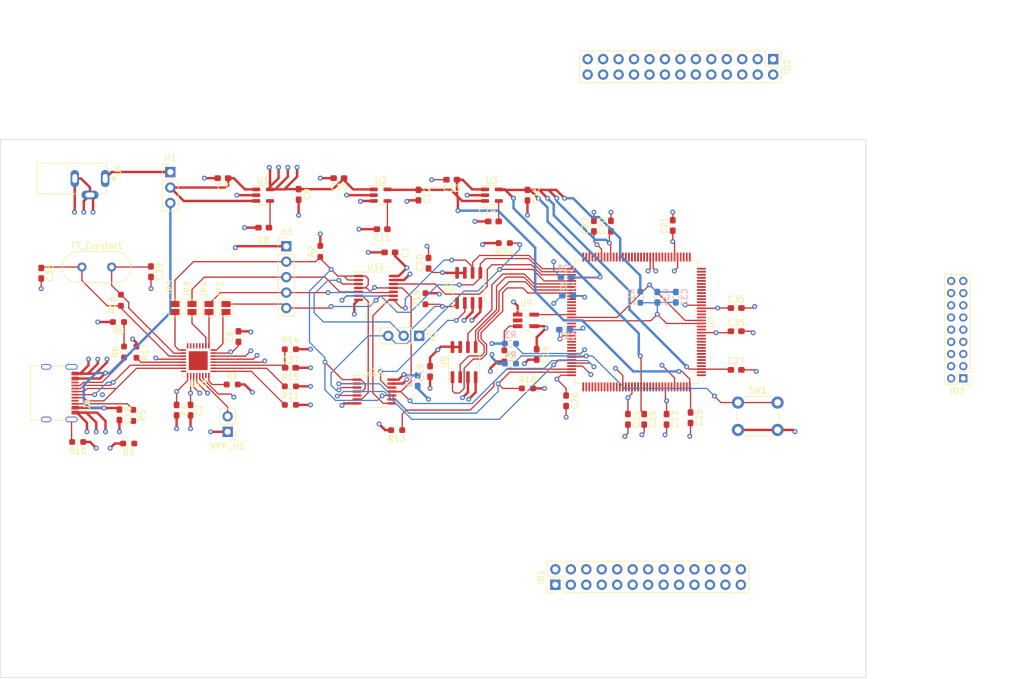
<source format=kicad_pcb>
(kicad_pcb (version 20211014) (generator pcbnew)
  (layers (0 "F.Cu" signal) (1 "In1.Cu" power "GND") (2 "In2.Cu" power "PWR3V3") (31 "B.Cu" signal) (34 "B.Paste" user) (35 "F.Paste" user) (36 "B.SilkS" user "B.Silkscreen") (37 "F.SilkS" user "F.Silkscreen") (38 "B.Mask" user) (39 "F.Mask" user) (44 "Edge.Cuts" user))
  (net 0 "")
  (net 1 "Net-(U7-Pad45)")
  (net 2 "Net-(U7-Pad44)")
  (net 3 "+3V3")
  (net 4 "GND")
  (net 5 "Net-(U7-Pad43)")
  (net 6 "Net-(U7-Pad42)")
  (net 7 "/SS_PROG_BUS")
  (net 8 "/SS_EXT_BUS")
  (net 9 "/SS_FPGA_BUS")
  (net 10 "Net-(R1-Pad1)")
  (net 11 "+1V2")
  (net 12 "+5V")
  (net 14 "Net-(R9-Pad1)")
  (net 15 "Net-(U7-Pad52)")
  (net 16 "Net-(R11-Pad2)")
  (net 17 "Net-(R5-Pad1)")
  (net 18 "Net-(R5-Pad2)")
  (net 19 "/VCC_PLL1")
  (net 20 "Net-(R4-Pad1)")
  (net 21 "Net-(R3-Pad1)")
  (net 22 "/SS_EXT")
  (net 23 "Net-(R17-Pad2)")
  (net 24 "Net-(C38-Pad1)")
  (net 25 "Net-(C39-Pad1)")
  (net 26 "Net-(R15-Pad2)")
  (net 27 "/MOSI_EXT")
  (net 28 "/MISO_CONF")
  (net 29 "Net-(C37-Pad2)")
  (net 30 "Net-(R10-Pad1)")
  (net 31 "Net-(R6-Pad2)")
  (net 32 "Net-(R6-Pad1)")
  (net 33 "Net-(C14-Pad1)")
  (net 34 "+2V5")
  (net 35 "Net-(C11-Pad1)")
  (net 36 "Net-(C8-Pad1)")
  (net 37 "/20b")
  (net 38 "/20a")
  (net 39 "/19b")
  (net 40 "/19a")
  (net 41 "/18b")
  (net 42 "/18a")
  (net 43 "/17b")
  (net 44 "/17a")
  (net 45 "/16b")
  (net 46 "/16a")
  (net 47 "/15b")
  (net 48 "/15a")
  (net 49 "/14b")
  (net 50 "/14a")
  (net 51 "/13b")
  (net 52 "/13a")
  (net 53 "/MOSI_BUS")
  (net 61 "/GND_PLL1")
  (net 63 "/1a")
  (net 64 "/1b")
  (net 65 "/2a")
  (net 66 "/2b")
  (net 67 "/3a")
  (net 68 "/3b")
  (net 69 "/4a")
  (net 70 "/4b")
  (net 71 "/5a")
  (net 72 "/5b")
  (net 73 "/6a")
  (net 74 "/6b")
  (net 75 "/7a")
  (net 76 "/7b")
  (net 77 "/8a")
  (net 78 "/8b")
  (net 79 "/9a")
  (net 80 "/9b")
  (net 81 "/10a")
  (net 82 "/10b")
  (net 83 "/11a")
  (net 84 "/11b")
  (net 85 "/12a")
  (net 86 "/12b")
  (net 87 "/32b")
  (net 88 "/32a")
  (net 89 "/31b")
  (net 90 "/31a")
  (net 91 "/30b")
  (net 92 "/30a")
  (net 93 "/29b")
  (net 94 "/29a")
  (net 95 "/28b")
  (net 96 "/28a")
  (net 97 "/27b")
  (net 98 "/27a")
  (net 99 "/26b")
  (net 100 "/26a")
  (net 101 "/25b")
  (net 102 "/25a")
  (net 103 "/24b")
  (net 104 "/24a")
  (net 105 "/23b")
  (net 106 "/23a")
  (net 107 "/22b")
  (net 108 "/22a")
  (net 109 "/21b")
  (net 110 "/21a")
  (net 121 "D-")
  (net 122 "D+")
  (net 124 "VBUS")
  (net 128 "VDD")
  (net 145 "Net-(JP2-Pad1)")
  (net 146 "Net-(JP4-Pad1)")
  (net 147 "Net-(JP3-Pad1)")
  (net 154 "Net-(JP5-Pad1)")
  (net 155 "Net-(U10-Pad29)")
  (net 159 "/SCK_EXT")
  (net 160 "/SS_FPGA")
  (net 161 "/SCK_FPGA")
  (net 162 "/SCK_BUS")
  (net 163 "/MOSI_FPGA")
  (net 164 "/MISO")
  (net 165 "/MISO_PROG")
  (footprint "Package_TO_SOT_SMD:SOT-23-5" (layer "F.Cu") (at 77.724 24.384)
    (fp_text reference "U2")
    (fp_text value "ADP1712AUJZ-2.5")
  )
  (footprint "Resistor_SMD:R_0603_1608Metric_Pad0.98x0.95mm_HandSolder" (layer "F.Cu") (at 35.065 41.64875 90)
    (fp_text reference "R16")
    (fp_text value "1M")
  )
  (footprint "Connector_USB:USB_C_Receptacle_Palconn_UTC16-G" (layer "F.Cu") (at 25.018 56.909 -90)
    (fp_text reference "U6")
    (fp_text value "USB_C_Receptacle_USB2.0")
  )
  (footprint "Resistor_SMD:R_0603_1608Metric_Pad0.98x0.95mm_HandSolder" (layer "F.Cu") (at 37.097 60.5685 -90)
    (fp_text reference "R5")
    (fp_text value "5.1k")
  )
  (footprint "Package_DFN_QFN:VQFN-32-1EP_5x5mm_P0.5mm_EP3.1x3.1mm" (layer "F.Cu") (at 47.765 51.575 180)
    (fp_text reference "U10")
    (fp_text value "FT4222HQ")
  )
  (footprint "Capacitor_SMD:C_0603_1608Metric_Pad1.08x0.95mm_HandSolder" (layer "F.Cu") (at 136.144 42.926)
    (fp_text reference "C35")
    (fp_text value "0.1uF")
  )
  (footprint "Package_SO:SOIC-8_3.9x4.9mm_P1.27mm" (layer "F.Cu") (at 92.202 39.624 90)
    (fp_text reference "U5")
    (fp_text value "W25X20CLSNIG")
  )
  (footprint "Capacitor_SMD:C_0603_1608Metric_Pad1.08x0.95mm_HandSolder" (layer "F.Cu") (at 51.816 21.59 180)
    (fp_text reference "C7")
    (fp_text value "2.2uF")
  )
  (footprint "Crystal:Crystal_HC49-U_Vertical" (layer "F.Cu") (at 28.65775 36.191)
    (fp_text reference "FT_Crystal1")
    (fp_text value "12MHz")
  )
  (footprint "Capacitor_SMD:C_0603_1608Metric_Pad1.08x0.95mm_HandSolder" (layer "F.Cu") (at 125.73 29.3635 90)
    (fp_text reference "C21")
    (fp_text value "0.1uF")
  )
  (footprint "Capacitor_SMD:C_0603_1608Metric_Pad1.08x0.95mm_HandSolder" (layer "F.Cu") (at 101.854 24.384 -90)
    (fp_text reference "C15")
    (fp_text value "2.2uF")
  )
  (footprint "Connector_PinHeader_2.54mm:PinHeader_1x03_P2.54mm_Vertical" (layer "F.Cu") (at 43.18 20.589)
    (fp_text reference "H1")
    (fp_text value "Conn_01x03")
  )
  (footprint "Connector_PinHeader_2.54mm:PinHeader_1x02_P2.54mm_Vertical" (layer "F.Cu") (at 52.591 63.264 180)
    (fp_text reference "VPP_H1")
    (fp_text value "Conn_01x02")
  )
  (footprint "Connector_PinHeader_2.54mm:PinHeader_1x03_P2.54mm_Vertical" (layer "F.Cu") (at 84.059 47.498 -90)
    (fp_text reference "H2")
    (fp_text value "Conn_01x03")
  )
  (footprint "Resistor_SMD:R_0603_1608Metric_Pad0.98x0.95mm_HandSolder" (layer "F.Cu") (at 37.605 50.18125 -90)
    (fp_text reference "R17")
    (fp_text value "12k")
  )
  (footprint "Capacitor_SMD:C_0603_1608Metric_Pad1.08x0.95mm_HandSolder" (layer "F.Cu") (at 79.248 33.782 180)
    (fp_text reference "C1")
    (fp_text value "0.1uF")
  )
  (footprint "Capacitor_SMD:C_0603_1608Metric_Pad1.08x0.95mm_HandSolder" (layer "F.Cu") (at 85.852 53.34 -90)
    (fp_text reference "C19")
    (fp_text value "0.1uF")
  )
  (footprint "Package_SO:SOIC-8_3.9x4.9mm_P1.27mm" (layer "F.Cu") (at 91.44 51.816 90)
    (fp_text reference "U8")
    (fp_text value "W25X20CLSNIG")
  )
  (footprint "Capacitor_SMD:C_0603_1608Metric_Pad1.08x0.95mm_HandSolder" (layer "F.Cu") (at 108.204 58.166 -90)
    (fp_text reference "C26")
    (fp_text value "0.1uF")
  )
  (footprint "Capacitor_SMD:C_0603_1608Metric_Pad1.08x0.95mm_HandSolder" (layer "F.Cu") (at 85.598 35.56 90)
    (fp_text reference "C20")
    (fp_text value "0.1uF")
  )
  (footprint "Capacitor_SMD:C_0603_1608Metric_Pad1.08x0.95mm_HandSolder" (layer "F.Cu") (at 118.364 61.214 -90)
    (fp_text reference "C24")
    (fp_text value "0.1uF")
  )
  (footprint "Resistor_SMD:R_0603_1608Metric_Pad0.98x0.95mm_HandSolder" (layer "F.Cu") (at 67.818 33.6315 90)
    (fp_text reference "R2")
    (fp_text value "5k")
  )
  (footprint "Resistor_SMD:R_0603_1608Metric_Pad0.98x0.95mm_HandSolder" (layer "F.Cu") (at 34.6605 45.225 180)
    (fp_text reference "R8")
    (fp_text value "100")
  )
  (footprint "Capacitor_SMD:C_0603_1608Metric_Pad1.08x0.95mm_HandSolder" (layer "F.Cu") (at 70.866 21.59 180)
    (fp_text reference "C10")
    (fp_text value "2.2uF")
  )
  (footprint "Capacitor_SMD:C_0603_1608Metric_Pad1.08x0.95mm_HandSolder" (layer "F.Cu") (at 136.144 46.736)
    (fp_text reference "C36")
    (fp_text value "0.1uF")
  )
  (footprint "Capacitor_SMD:C_0603_1608Metric_Pad1.08x0.95mm_HandSolder" (layer "F.Cu") (at 54.369 47.61775 90)
    (fp_text reference "C6")
    (fp_text value "0.1uF")
  )
  (footprint "Capacitor_SMD:C_0603_1608Metric_Pad1.08x0.95mm_HandSolder" (layer "F.Cu") (at 34.811 60.465 -90)
    (fp_text reference "C18")
    (fp_text value "0.1uF")
  )
  (footprint "Capacitor_SMD:C_0603_1608Metric_Pad1.08x0.95mm_HandSolder" (layer "F.Cu") (at 112.776 29.464 90)
    (fp_text reference "C22")
    (fp_text value "0.1uF")
  )
  (footprint "Capacitor_SMD:C_0603_1608Metric_Pad1.08x0.95mm_HandSolder" (layer "F.Cu") (at 44.209 59.703 -90)
    (fp_text reference "C4")
    (fp_text value "0.1uF")
  )
  (footprint "Capacitor_SMD:C_0603_1608Metric_Pad1.08x0.95mm_HandSolder" (layer "F.Cu") (at 21.96375 37.207 -90)
    (fp_text reference "C38")
    (fp_text value "27pF")
  )
  (footprint "Jumper:SolderJumper-2_P1.3mm_Open_Pad1.0x1.5mm" (layer "F.Cu") (at 49.53 42.926 90)
    (fp_text reference "JP4")
    (fp_text value "MISO")
  )
  (footprint "Resistor_SMD:R_0603_1608Metric_Pad0.98x0.95mm_HandSolder" (layer "F.Cu") (at 36.335 65.1885 180)
    (fp_text reference "R7")
    (fp_text value "100")
  )
  (footprint "Resistor_SMD:R_0603_1608Metric_Pad0.98x0.95mm_HandSolder" (layer "F.Cu") (at 98.044 32.258 180)
    (fp_text reference "R24")
    (fp_text value "5k")
  )
  (footprint "Capacitor_SMD:C_0603_1608Metric_Pad1.08x0.95mm_HandSolder" (layer "F.Cu") (at 89.408 21.844 180)
    (fp_text reference "C13")
    (fp_text value "2.2uF")
  )
  (footprint "Resistor_SMD:R_0603_1608Metric_Pad0.98x0.95mm_HandSolder" (layer "F.Cu") (at 85.09 41.402 90)
    (fp_text reference "R19")
    (fp_text value "5k")
  )
  (footprint "Jumper:SolderJumper-2_P1.3mm_Open_Pad1.0x1.5mm" (layer "F.Cu") (at 46.736 42.926 90)
    (fp_text reference "JP3")
    (fp_text value "MOSI")
  )
  (footprint "Capacitor_SMD:C_0603_1608Metric_Pad1.08x0.95mm_HandSolder" (layer "F.Cu") (at 58.5205 29.718 180)
    (fp_text reference "C8")
    (fp_text value "10nF")
  )
  (footprint "Resistor_SMD:R_0603_1608Metric_Pad0.98x0.95mm_HandSolder" (layer "F.Cu") (at 62.9015 58.8385 180)
    (fp_text reference "R11")
    (fp_text value "1k")
  )
  (footprint "Capacitor_SMD:C_0603_1608Metric_Pad1.08x0.95mm_HandSolder" (layer "F.Cu") (at 64.262 24.257 -90)
    (fp_text reference "C9")
    (fp_text value "2.2uF")
  )
  (footprint "Package_SO:TSSOP-14_4.4x5mm_P0.65mm" (layer "F.Cu") (at 76.962 39.624)
    (fp_text reference "U11")
    (fp_text value "74LS125")
  )
  (footprint "Resistor_SMD:R_0603_1608Metric_Pad0.98x0.95mm_HandSolder" (layer "F.Cu") (at 101.854 56.134)
    (fp_text reference "R18")
    (fp_text value "5k")
  )
  (footprint "Jumper:SolderJumper-2_P1.3mm_Open_Pad1.0x1.5mm" (layer "F.Cu") (at 43.942 42.926 90)
    (fp_text reference "JP5")
    (fp_text value "SS")
  )
  (footprint "Capacitor_SMD:C_0603_1608Metric_Pad1.08x0.95mm_HandSolder" (layer "F.Cu") (at 124.714 61.214 -90)
    (fp_text reference "C23")
    (fp_text value "0.1uF")
  )
  (footprint "Capacitor_SMD:C_0603_1608Metric_Pad1.08x0.95mm_HandSolder" (layer "F.Cu") (at 121.031 61.214 -90)
    (fp_text reference "C29")
    (fp_text value "0.1uF")
  )
  (footprint "Capacitor_SMD:C_0603_1608Metric_Pad1.08x0.95mm_HandSolder" (layer "F.Cu") (at 46.495 59.703 -90)
    (fp_text reference "C2")
    (fp_text value "0.1uF")
  )
  (footprint "Capacitor_SMD:C_0603_1608Metric_Pad1.08x0.95mm_HandSolder" (layer "F.Cu") (at 39.99775 36.953 -90)
    (fp_text reference "C39")
    (fp_text value "27pF")
  )
  (footprint "Capacitor_SMD:C_0603_1608Metric_Pad1.08x0.95mm_HandSolder" (layer "F.Cu") (at 62.9015 52.7425 180)
    (fp_text reference "C37")
    (fp_text value "27pF")
  )
  (footprint "CUI_PJ-007:CUI_PJ-007" (layer "F.Cu") (at 32.4735 21.648 180)
    (fp_text reference "U4")
    (fp_text value "Barrel_Jack")
  )
  (footprint "Resistor_SMD:R_0603_1608Metric_Pad0.98x0.95mm_HandSolder" (layer "F.Cu") (at 53.353 55.49175)
    (fp_text reference "R1")
    (fp_text value "10k")
  )
  (footprint "Resistor_SMD:R_0603_1608Metric_Pad0.98x0.95mm_HandSolder" (layer "F.Cu") (at 98.044 50.8 -90)
    (fp_text reference "R9")
    (fp_text value "1k")
  )
  (footprint "Capacitor_SMD:C_0603_1608Metric_Pad1.08x0.95mm_HandSolder" (layer "F.Cu") (at 83.9415 24.371 -90)
    (fp_text reference "C12")
    (fp_text value "2.2uF")
  )
  (footprint "Package_TO_SOT_SMD:SOT-23-5" (layer "F.Cu") (at 96.012 24.384)
    (fp_text reference "U3")
    (fp_text value "ADP1712AUJZ-1.2")
  )
  (footprint "Capacitor_SMD:C_0603_1608Metric_Pad1.08x0.95mm_HandSolder" (layer "F.Cu") (at 115.57 29.464 90)
    (fp_text reference "C30")
    (fp_text value "0.1uF")
  )
  (footprint "Package_TO_SOT_SMD:SOT-23-5" (layer "F.Cu") (at 58.42 24.384)
    (fp_text reference "U1")
    (fp_text value "ADP1712AUJZ-3.3")
  )
  (footprint "Package_QFP:TQFP-144_20x20mm_P0.5mm" (layer "F.Cu") (at 119.772 45.2175 -90)
    (fp_text reference "U7")
    (fp_text value "ICE40HX4K-TQ144")
  )
  (footprint "Capacitor_SMD:C_0603_1608Metric_Pad1.08x0.95mm_HandSolder" (layer "F.Cu") (at 77.978 29.972 180)
    (fp_text reference "C11")
    (fp_text value "10nF")
  )
  (footprint "Jumper:SolderJumper-2_P1.3mm_Open_Pad1.0x1.5mm" (layer "F.Cu") (at 52.324 42.926 90)
    (fp_text reference "JP2")
    (fp_text value "SCK")
  )
  (footprint "Resistor_SMD:R_0603_1608Metric_Pad0.98x0.95mm_HandSolder" (layer "F.Cu") (at 62.9015 55.7905 180)
    (fp_text reference "R15")
    (fp_text value "10k")
  )
  (footprint "Resistor_SMD:R_0603_1608Metric_Pad0.98x0.95mm_HandSolder" (layer "F.Cu") (at 62.9015 49.6945 180)
    (fp_text reference "R14")
    (fp_text value "47k")
  )
  (footprint "Capacitor_SMD:C_0603_1608Metric_Pad1.08x0.95mm_HandSolder" (layer "F.Cu") (at 128.651 60.96 -90)
    (fp_text reference "C25")
    (fp_text value "0.1uF")
  )
  (footprint "Button_Switch_THT:SW_PUSH_6mm" (layer "F.Cu") (at 136.45 58.456)
    (fp_text reference "SW1")
    (fp_text value "SW_Push")
  )
  (footprint "Connector_PinHeader_2.54mm:PinHeader_1x05_P2.54mm_Vertical" (layer "F.Cu") (at 62.23 32.771)
    (fp_text reference "H3")
    (fp_text value "Conn_01x05")
  )
  (footprint "Resistor_SMD:R_0603_1608Metric_Pad0.98x0.95mm_HandSolder" (layer "F.Cu") (at 80.3675 62.992 180)
    (fp_text reference "R13")
    (fp_text value "10k")
  )
  (footprint "Resistor_SMD:R_0603_1608Metric_Pad0.98x0.95mm_HandSolder" (layer "F.Cu") (at 35.573 50.1545 90)
    (fp_text reference "R6")
    (fp_text value "5.1k")
  )
  (footprint "Capacitor_SMD:C_0603_1608Metric_Pad1.08x0.95mm_HandSolder" (layer "F.Cu") (at 136.144 53.086)
    (fp_text reference "C27")
    (fp_text value "0.1uF")
  )
  (footprint "Capacitor_SMD:C_0603_1608Metric_Pad1.08x0.95mm_HandSolder" (layer "F.Cu") (at 96.266 28.702 180)
    (fp_text reference "C14")
    (fp_text value "10nF")
  )
  (footprint "Connector_PinHeader_2.54mm:PinHeader_2x13_P2.54mm_Vertical" (layer "F.Cu") (at 142.225 2.027 -90)
    (fp_text reference "IO2")
    (fp_text value "Conn_02x13_Row_Letter_Last")
  )
  (footprint "Capacitor_SMD:C_0603_1608Metric_Pad1.08x0.95mm_HandSolder" (layer "F.Cu") (at 103.378 50.546 -90)
    (fp_text reference "C16")
    (fp_text value "0.1uF")
  )
  (footprint "Package_SO:TSSOP-14_4.4x5mm_P0.65mm" (layer "F.Cu") (at 76.708 56.642)
    (fp_text reference "U12")
    (fp_text value "74LS126")
  )
  (footprint "Connector_PinHeader_2.54mm:PinHeader_2x13_P2.54mm_Vertical" (layer "F.Cu") (at 106.441 88.397 90)
    (fp_text reference "IO1")
    (fp_text value "Conn_02x13_Row_Letter_Last")
  )
  (footprint "Connector_PinHeader_2.00mm:PinHeader_2x09_P2.00mm_Vertical" (layer "F.Cu") (at 173.466 54.482 180)
    (fp_text reference "IO3")
    (fp_text value "Conn_02x09_Row_Letter_Last")
  )
  (footprint "Resistor_SMD:R_0603_1608Metric_Pad0.98x0.95mm_HandSolder" (layer "F.Cu") (at 27.953 64.9345)
    (fp_text reference "R10")
    (fp_text value "1M")
  )
  (footprint "Package_TO_SOT_SMD:SOT-23-5_HandSoldering" (layer "F.Cu") (at 101.6 44.958)
    (fp_text reference "U9")
    (fp_text value "SIT2001BI-S2-33E-25.000000G")
  )
  (footprint "Capacitor_SMD:C_0603_1608Metric_Pad1.08x0.95mm_HandSolder" (layer "B.Cu") (at 107.95 46.482 180)
    (fp_text reference "C31")
    (fp_text value "0.1uF")
  )
  (footprint "Capacitor_SMD:C_0603_1608Metric_Pad1.08x0.95mm_HandSolder" (layer "B.Cu") (at 83.82 54.864 -90)
    (fp_text reference "C3")
    (fp_text value "0.1uF")
  )
  (footprint "Capacitor_SMD:C_0603_1608Metric_Pad1.08x0.95mm_HandSolder" (layer "B.Cu") (at 108.458 40.894 180)
    (fp_text reference "C32")
    (fp_text value "0.1uF")
  )
  (footprint "Capacitor_SMD:C_0603_1608Metric_Pad1.08x0.95mm_HandSolder" (layer "B.Cu") (at 123.19 41.148 90)
    (fp_text reference "C34")
    (fp_text value "0.1uF")
  )
  (footprint "Resistor_SMD:R_0603_1608Metric_Pad0.98x0.95mm_HandSolder" (layer "B.Cu") (at 99.06 52.07 180)
    (fp_text reference "R4")
    (fp_text value "10k")
  )
  (footprint "Capacitor_SMD:C_0603_1608Metric_Pad1.08x0.95mm_HandSolder" (layer "B.Cu") (at 126.238 41.148 90)
    (fp_text reference "C33")
    (fp_text value "10uF")
  )
  (footprint "Resistor_SMD:R_0603_1608Metric_Pad0.98x0.95mm_HandSolder" (layer "B.Cu") (at 99.06 48.768 180)
    (fp_text reference "R3")
    (fp_text value "R")
  )
  (footprint "Capacitor_SMD:C_0603_1608Metric_Pad1.08x0.95mm_HandSolder" (layer "B.Cu") (at 108.204 37.846 180)
    (fp_text reference "C28")
    (fp_text value "0.1uF")
  )
  (footprint "Resistor_SMD:R_0603_1608Metric_Pad0.98x0.95mm_HandSolder" (layer "B.Cu") (at 120.396 41.148 -90)
    (fp_text reference "R12")
    (fp_text value "100")
  )
  (gr_rect (start 15.24 15.24) (end 157.48 103.632) (layer "Edge.Cuts") (width 0.1) (fill none))
  (segment (start 95.14152 50.457486) (end 95.14152 48.91352) (width 0.2) (layer "F.Cu") (net 1))
  (segment (start 101.9355 40.4675) (end 109.1095 40.4675) (width 0.2) (layer "F.Cu") (net 1))
  (segment (start 89.535 54.291) (end 89.535 56.515) (width 0.2) (layer "F.Cu") (net 1))
  (segment (start 97.79 43.434) (end 97.79 40.386) (width 0.2) (layer "F.Cu") (net 1))
  (segment (start 91.44848 52.82352) (end 92.964 51.308) (width 0.2) (layer "F.Cu") (net 1))
  (segment (start 97.79 40.386) (end 98.552 39.624) (width 0.2) (layer "F.Cu") (net 1))
  (segment (start 94.291006 51.308) (end 95.14152 50.457486) (width 0.2) (layer "F.Cu") (net 1))
  (segment (start 89.916 56.896) (end 90.678 56.896) (width 0.2) (layer "F.Cu") (net 1))
  (segment (start 95.14152 48.91352) (end 94.234 48.006) (width 0.2) (layer "F.Cu") (net 1))
  (segment (start 94.234 46.99) (end 97.79 43.434) (width 0.2) (layer "F.Cu") (net 1))
  (segment (start 89.535 56.515) (end 89.916 56.896) (width 0.2) (layer "F.Cu") (net 1))
  (segment (start 92.964 51.308) (end 94.291006 51.308) (width 0.2) (layer "F.Cu") (net 1))
  (segment (start 98.552 39.624) (end 101.092 39.624) (width 0.2) (layer "F.Cu") (net 1))
  (segment (start 94.234 48.006) (end 94.234 46.99) (width 0.2) (layer "F.Cu") (net 1))
  (segment (start 90.678 56.896) (end 91.44848 56.12552) (width 0.2) (layer "F.Cu") (net 1))
  (segment (start 101.092 39.624) (end 101.9355 40.4675) (width 0.2) (layer "F.Cu") (net 1))
  (segment (start 91.44848 56.12552) (end 91.44848 52.82352) (width 0.2) (layer "F.Cu") (net 1))
  (segment (start 98.806 38.608) (end 101.485988 38.608) (width 0.2) (layer "F.Cu") (net 2))
  (segment (start 94.234 50.8) (end 94.742 50.292) (width 0.2) (layer "F.Cu") (net 2))
  (segment (start 93.74452 46.802989) (end 97.17352 43.373989) (width 0.2) (layer "F.Cu") (net 2))
  (segment (start 101.485988 38.608) (end 102.845488 39.9675) (width 0.2) (layer "F.Cu") (net 2))
  (segment (start 102.845488 39.9675) (end 109.1095 39.9675) (width 0.2) (layer "F.Cu") (net 2))
  (segment (start 90.805 52.197) (end 92.202 50.8) (width 0.2) (layer "F.Cu") (net 2))
  (segment (start 93.74452 48.129803) (end 93.74452 46.802989) (width 0.2) (layer "F.Cu") (net 2))
  (segment (start 94.742 50.292) (end 94.742 49.127283) (width 0.2) (layer "F.Cu") (net 2))
  (segment (start 90.805 54.291) (end 90.805 52.197) (width 0.2) (layer "F.Cu") (net 2))
  (segment (start 92.202 50.8) (end 94.234 50.8) (width 0.2) (layer "F.Cu") (net 2))
  (segment (start 94.742 49.127283) (end 93.74452 48.129803) (width 0.2) (layer "F.Cu") (net 2))
  (segment (start 90.805 54.291) (end 90.932 54.164) (width 0.2) (layer "F.Cu") (net 2))
  (segment (start 97.17352 43.373989) (end 97.17352 40.24048) (width 0.2) (layer "F.Cu") (net 2))
  (segment (start 97.17352 40.24048) (end 98.806 38.608) (width 0.2) (layer "F.Cu") (net 2))
  (segment (start 102.7665 56.134) (end 104.648 56.134) (width 0.4) (layer "F.Cu") (net 3))
  (segment (start 58.687 51.6255) (end 58.4875 51.825) (width 0.2) (layer "F.Cu") (net 3))
  (segment (start 79.5705 54.692) (end 80.69 54.692) (width 0.4) (layer "F.Cu") (net 3))
  (segment (start 53.099 50.1255) (end 53.38525 50.1255) (width 0.2) (layer "F.Cu") (net 3))
  (segment (start 59.5575 22.9925) (end 59.5575 23.434) (width 0.4) (layer "F.Cu") (net 3))
  (segment (start 91.44 44.958) (end 92.837 43.561) (width 0.4) (layer "F.Cu") (net 3))
  (segment (start 62.484 21.336) (end 62.484 19.812) (width 0.4) (layer "F.Cu") (net 3))
  (segment (start 113.284 32.512) (end 112.776 32.004) (width 0.2) (layer "F.Cu") (net 3))
  (segment (start 103.378 49.6835) (end 103.378 47.752) (width 0.4) (layer "F.Cu") (net 3))
  (segment (start 103.378 47.752) (end 104.902 46.228) (width 0.4) (layer "F.Cu") (net 3))
  (segment (start 63.814 55.7905) (end 66.2035 55.7905) (width 0.4) (layer "F.Cu") (net 3))
  (segment (start 66.2035 58.8385) (end 63.814 58.8385) (width 0.4) (layer "F.Cu") (net 3))
  (segment (start 112.776 32.004) (end 112.776 30.3265) (width 0.2) (layer "F.Cu") (net 3))
  (segment (start 124.522 57.974) (end 124.714 58.166) (width 0.2) (layer "F.Cu") (net 3))
  (segment (start 80.1105 34.3905) (end 82.042 36.322) (width 0.4) (layer "F.Cu") (net 3))
  (segment (start 82.042 36.322) (end 80.69 37.674) (width 0.4) (layer "F.Cu") (net 3))
  (segment (start 114.022 33.25) (end 113.284 32.512) (width 0.2) (layer "F.Cu") (net 3))
  (segment (start 104.582 45.908) (end 104.902 46.228) (width 0.4) (layer "F.Cu") (net 3))
  (segment (start 133.0545 42.9675) (end 130.4345 42.9675) (width 0.2) (layer "F.Cu") (net 3))
  (segment (start 71.7285 21.59) (end 71.7285 21.9445) (width 0.4) (layer "F.Cu") (net 3))
  (segment (start 56.8025 51.325) (end 50.2025 51.325) (width 0.2) (layer "F.Cu") (net 3))
  (segment (start 53.38525 50.1255) (end 54.369 49.14175) (width 0.2) (layer "F.Cu") (net 3))
  (segment (start 96.8775 51.7125) (end 95.758 52.832) (width 0.4) (layer "F.Cu") (net 3))
  (segment (start 46.015 54.849) (end 46.015 54.0125) (width 0.2) (layer "F.Cu") (net 3))
  (segment (start 52.8995 50.325) (end 50.2025 50.325) (width 0.2) (layer "F.Cu") (net 3))
  (segment (start 92.837 43.561) (end 92.837 42.099) (width 0.4) (layer "F.Cu") (net 3))
  (segment (start 124.714 58.166) (end 124.714 60.3515) (width 0.2) (layer "F.Cu") (net 3))
  (segment (start 118.364 60.3515) (end 118.364 57.658) (width 0.2) (layer "F.Cu") (net 3))
  (segment (start 85.852 51.054) (end 87.122 49.784) (width 0.4) (layer "F.Cu") (net 3))
  (segment (start 61.91 23.434) (end 64.008 21.336) (width 0.4) (layer "F.Cu") (net 3))
  (segment (start 107.3225 53.9675) (end 106.68 54.61) (width 0.2) (layer "F.Cu") (net 3))
  (segment (start 74.488 25.334) (end 74.422 25.4) (width 0.4) (layer "F.Cu") (net 3))
  (segment (start 56.655 56.76175) (end 55.385 55.49175) (width 0.4) (layer "F.Cu") (net 3))
  (segment (start 79.455 62.992) (end 78.486 62.992) (width 0.4) (layer "F.Cu") (net 3))
  (segment (start 92.075 56.769) (end 92.075 54.291) (width 0.4) (layer "F.Cu") (net 3))
  (segment (start 94.488 32.512) (end 94.742 32.258) (width 0.4) (layer "F.Cu") (net 3))
  (segment (start 91.186 57.658) (end 92.075 56.769) (width 0.4) (layer "F.Cu") (net 3))
  (segment (start 53.099 50.1255) (end 52.8995 50.325) (width 0.2) (layer "F.Cu") (net 3))
  (segment (start 80.69 37.674) (end 79.8245 37.674) (width 0.4) (layer "F.Cu") (net 3))
  (segment (start 61.9495 23.3945) (end 64.262 23.3945) (width 0.4) (layer "F.Cu") (net 3))
  (segment (start 111.0715 40.9675) (end 111.252 41.148) (width 0.2) (layer "F.Cu") (net 3))
  (segment (start 119.022 55.88) (end 119.022 57) (width 0.2) (layer "F.Cu") (net 3))
  (segment (start 71.7285 21.9445) (end 73.218 23.434) (width 0.4) (layer "F.Cu") (net 3))
  (segment (start 60.96 21.59) (end 59.5575 22.9925) (width 0.4) (layer "F.Cu") (net 3))
  (segment (start 64.008 21.336) (end 64.008 19.812) (width 0.4) (layer "F.Cu") (net 3))
  (segment (start 109.1095 46.4675) (end 110.7585 46.4675) (width 0.2) (layer "F.Cu") (net 3))
  (segment (start 60.386 23.434) (end 61.91 23.434) (width 0.4) (layer "F.Cu") (net 3))
  (segment (start 60.96 19.812) (end 60.96 21.59) (width 0.4) (layer "F.Cu") (net 3))
  (segment (start 59.5575 23.434) (end 59.5575 19.9335) (width 0.4) (layer "F.Cu") (net 3))
  (segment (start 59.5575 23.434) (end 60.386 23.434) (width 0.4) (layer "F.Cu") (net 3))
  (segment (start 87.884 37.084) (end 87.949 37.149) (width 0.4) (layer "F.Cu") (net 3))
  (segment (start 102.95 45.908) (end 104.582 45.908) (width 0.4) (layer "F.Cu") (net 3))
  (segment (start 78.486 62.992) (end 77.47 61.976) (width 0.4) (layer "F.Cu") (net 3))
  (segment (start 98.044 51.7125) (end 96.8775 51.7125) (width 0.4) (layer "F.Cu") (net 3))
  (segment (start 114.022 34.555) (end 114.022 33.25) (width 0.2) (layer "F.Cu") (net 3))
  (segment (start 125.73 32.004) (end 125.73 30.226) (width 0.2) (layer "F.Cu") (net 3))
  (segment (start 60.386 23.434) (end 62.484 21.336) (width 0.4) (layer "F.Cu") (net 3))
  (segment (start 63.814 49.6945) (end 66.2035 49.6945) (width 0.4) (layer "F.Cu") (net 3))
  (segment (start 132.8195 46.9675) (end 132.842 46.99) (width 0.2) (layer "F.Cu") (net 3))
  (segment (start 85.598 36.4225) (end 86.2595 37.084) (width 0.2) (layer "F.Cu") (net 3))
  (segment (start 94.742 32.258) (end 97.1315 32.258) (width 0.4) (layer "F.Cu") (net 3))
  (segment (start 109.1095 40.9675) (end 111.0715 40.9675) (width 0.2) (layer "F.Cu") (net 3))
  (segment (start 80.69 54.692) (end 81.534 53.848) (width 0.4) (layer "F.Cu") (net 3))
  (segment (start 76.5865 25.334) (end 74.488 25.334) (width 0.4) (layer "F.Cu") (net 3))
  (segment (start 64.262 23.3945) (end 69.924 23.3945) (width 0.4) (layer "F.Cu") (net 3))
  (segment (start 69.924 23.3945) (end 71.7285 21.59) (width 0.4) (layer "F.Cu") (net 3))
  (segment (start 87.376 40.64) (end 87.2255 40.4895) (width 0.4) (layer "F.Cu") (net 3))
  (segment (start 108.204 56.134) (end 108.204 57.3035) (width 0.2) (layer "F.Cu") (net 3))
  (segment (start 85.852 52.4775) (end 85.852 51.054) (width 0.4) (layer "F.Cu") (net 3))
  (segment (start 87.63 49.276) (end 89.47 49.276) (width 0.4) (layer "F.Cu") (net 3))
  (segment (start 55.385 55.49175) (end 54.2655 55.49175) (width 0.4) (layer "F.Cu") (net 3))
  (segment (start 126.022 34.555) (end 126.022 32.296) (width 0.2) (layer "F.Cu") (net 3))
  (segment (start 130.4345 46.9675) (end 132.8195 46.9675) (width 0.2) (layer "F.Cu") (net 3))
  (segment (start 59.5575 19.9335) (end 59.436 19.812) (width 0.4) (layer "F.Cu") (net 3))
  (segment (start 133.096 42.926) (end 133.0545 42.9675) (width 0.2) (layer "F.Cu") (net 3))
  (segment (start 79.5705 55.342) (end 81.3725 55.342) (width 0.4) (layer "F.Cu") (net 3))
  (segment (start 81.3725 55.342) (end 82.042 54.6725) (width 0.4) (layer "F.Cu") (net 3))
  (segment (start 80.1105 33.782) (end 80.1105 34.3905) (width 0.4) (layer "F.Cu") (net 3))
  (segment (start 90.805 49.341) (end 89.535 49.341) (width 0.4) (layer "F.Cu") (net 3))
  (segment (start 44.209 56.655) (end 46.015 54.849) (width 0.2) (layer "F.Cu") (net 3))
  (segment (start 110.7585 46.4675) (end 110.998 46.228) (width 0.2) (layer "F.Cu") (net 3))
  (segment (start 86.2595 37.084) (end 87.884 37.084) (width 0.2) (layer "F.Cu") (net 3))
  (segment (start 126.022 32.296) (end 125.73 32.004) (width 0.2) (layer "F.Cu") (net 3))
  (segment (start 67.818 32.719) (end 67.818 30.734) (width 0.4) (layer "F.Cu") (net 3))
  (segment (start 44.209 56.655) (end 44.209 58.8405) (width 0.2) (layer "F.Cu") (net 3))
  (segment (start 89.47 49.276) (end 89.535 49.341) (width 0.4) (layer "F.Cu") (net 3))
  (segment (start 124.522 55.88) (end 124.522 57.974) (width 0.2) (layer "F.Cu") (net 3))
  (segment (start 119.022 57) (end 118.364 57.658) (width 0.2) (layer "F.Cu") (net 3))
  (segment (start 95.758 52.832) (end 95.758 53.34) (width 0.4) (layer "F.Cu") (net 3))
  (segment (start 46.515 56.889) (end 46.515 54.0125) (width 0.2) (layer "F.Cu") (net 3))
  (segment (start 132.842 46.99) (end 135.0275 46.99) (width 0.2) (layer "F.Cu") (net 3))
  (segment (start 87.2255 40.4895) (end 85.344 40.4895) (width 0.4) (layer "F.Cu") (net 3))
  (segment (start 73.218 23.434) (end 76.5865 23.434) (width 0.4) (layer "F.Cu") (net 3))
  (segment (start 46.495 56.909) (end 46.515 56.889) (width 0.2) (layer "F.Cu") (net 3))
  (segment (start 135.0275 46.99) (end 135.2815 46.736) (width 0.2) (layer "F.Cu") (net 3))
  (segment (start 46.495 58.8405) (end 46.495 56.909) (width 0.2) (layer "F.Cu") (net 3))
  (segment (start 91.567 37.149) (end 90.297 37.149) (width 0.4) (layer "F.Cu") (net 3))
  (segment (start 58.4875 51.825) (end 50.2025 51.825) (width 0.2) (layer "F.Cu") (net 3))
  (segment (start 109.1095 53.9675) (end 107.3225 53.9675) (width 0.2) (layer "F.Cu") (net 3))
  (segment (start 106.68 54.61) (end 108.204 56.134) (width 0.2) (layer "F.Cu") (net 3))
  (segment (start 57.417 50.7105) (end 56.8025 51.325) (width 0.2) (layer "F.Cu") (net 3))
  (segment (start 133.096 42.926) (end 135.2815 42.926) (width 0.2) (layer "F.Cu") (net 3))
  (segment (start 87.949 37.149) (end 90.297 37.149) (width 0.4) (layer "F.Cu") (net 3))
  (segment (start 54.369 49.14175) (end 54.369 48.48025) (width 0.2) (layer "F.Cu") (net 3))
  (segment (start 87.122 49.784) (end 87.63 49.276) (width 0.4) (layer "F.Cu") (net 3))
  (via (at 106.68 54.61) (size 0.8) (drill 0.4) (layers "F.Cu" "B.Cu") (net 3))
  (via (at 124.714 58.166) (size 0.8) (drill 0.4) (layers "F.Cu" "B.Cu") (net 3))
  (via (at 132.842 46.99) (size 0.8) (drill 0.4) (layers "F.Cu" "B.Cu") (net 3))
  (via (at 58.687 51.6255) (size 0.8) (drill 0.4) (layers "F.Cu" "B.Cu") (net 3))
  (via (at 104.648 56.134) (size 0.8) (drill 0.4) (layers "F.Cu" "B.Cu") (net 3))
  (via (at 96.012 50.546) (size 0.8) (drill 0.4) (layers "F.Cu" "B.Cu") (net 3))
  (via (at 62.484 19.812) (size 0.8) (drill 0.4) (layers "F.Cu" "B.Cu") (net 3))
  (via (at 67.818 30.734) (size 0.8) (drill 0.4) (layers "F.Cu" "B.Cu") (net 3))
  (via (at 125.73 32.004) (size 0.8) (drill 0.4) (layers "F.Cu" "B.Cu") (net 3))
  (via (at 133.096 42.926) (size 0.8) (drill 0.4) (layers "F.Cu" "B.Cu") (net 3))
  (via (at 96.012 48.768) (size 0.8) (drill 0.4) (layers "F.Cu" "B.Cu") (net 3))
  (via (at 59.436 19.812) (size 0.8) (drill 0.4) (layers "F.Cu" "B.Cu") (net 3))
  (via (at 46.495 56.909) (size 0.8) (drill 0.4) (layers "F.Cu" "B.Cu") (net 3))
  (via (at 95.758 53.34) (size 0.8) (drill 0.4) (layers "F.Cu" "B.Cu") (net 3))
  (via (at 91.44 44.958) (size 0.8) (drill 0.4) (layers "F.Cu" "B.Cu") (net 3))
  (via (at 110.998 46.228) (size 0.8) (drill 0.4) (layers "F.Cu" "B.Cu") (net 3))
  (via (at 87.122 49.784) (size 0.8) (drill 0.4) (layers "F.Cu" "B.Cu") (net 3))
  (via (at 113.284 32.512) (size 0.8) (drill 0.4) (layers "F.Cu" "B.Cu") (net 3))
  (via (at 81.534 53.848) (size 0.8) (drill 0.4) (layers "F.Cu" "B.Cu") (net 3))
  (via (at 87.884 37.084) (size 0.8) (drill 0.4) (layers "F.Cu" "B.Cu") (net 3))
  (via (at 53.099 50.1255) (size 0.8) (drill 0.4) (layers "F.Cu" "B.Cu") (net 3))
  (via (at 94.488 32.512) (size 0.8) (drill 0.4) (layers "F.Cu" "B.Cu") (net 3))
  (via (at 104.902 46.228) (size 0.8) (drill 0.4) (layers "F.Cu" "B.Cu") (net 3))
  (via (at 87.376 40.64) (size 0.8) (drill 0.4) (layers "F.Cu" "B.Cu") (net 3))
  (via (at 118.364 57.658) (size 0.8) (drill 0.4) (layers "F.Cu" "B.Cu") (net 3))
  (via (at 56.655 56.76175) (size 0.8) (drill 0.4) (layers "F.Cu" "B.Cu") (net 3))
  (via (at 64.008 19.812) (size 0.8) (drill 0.4) (layers "F.Cu" "B.Cu") (net 3))
  (via (at 91.186 57.658) (size 0.8) (drill 0.4) (layers "F.Cu" "B.Cu") (net 3))
  (via (at 66.2035 49.6945) (size 0.8) (drill 0.4) (layers "F.Cu" "B.Cu") (net 3))
  (via (at 111.252 41.148) (size 0.8) (drill 0.4) (layers "F.Cu" "B.Cu") (net 3))
  (via (at 82.042 54.6725) (size 0.8) (drill 0.4) (layers "F.Cu" "B.Cu") (net 3))
  (via (at 66.2035 58.8385) (size 0.8) (drill 0.4) (layers "F.Cu" "B.Cu") (net 3))
  (via (at 66.2035 55.7905) (size 0.8) (drill 0.4) (layers "F.Cu" "B.Cu") (net 3))
  (via (at 44.209 56.655) (size 0.8) (drill 0.4) (layers "F.Cu" "B.Cu") (net 3))
  (via (at 77.47 61.976) (size 0.8) (drill 0.4) (layers "F.Cu" "B.Cu") (net 3))
  (via (at 82.042 36.322) (size 0.8) (drill 0.4) (layers "F.Cu" "B.Cu") (net 3))
  (via (at 74.422 25.4) (size 0.8) (drill 0.4) (layers "F.Cu" "B.Cu") (net 3))
  (via (at 57.417 50.7105) (size 0.8) (drill 0.4) (layers "F.Cu" "B.Cu") (net 3))
  (via (at 60.96 19.812) (size 0.8) (drill 0.4) (layers "F.Cu" "B.Cu") (net 3))
  (segment (start 96.012 51.054) (end 97.028 52.07) (width 0.4) (layer "B.Cu") (net 3))
  (segment (start 96.012 50.546) (end 96.012 51.054) (width 0.4) (layer "B.Cu") (net 3))
  (segment (start 81.6875 54.0015) (end 81.534 53.848) (width 0.4) (layer "B.Cu") (net 3))
  (segment (start 83.82 54.0015) (end 81.6875 54.0015) (width 0.4) (layer "B.Cu") (net 3))
  (segment (start 110.744 46.482) (end 110.998 46.228) (width 0.2) (layer "B.Cu") (net 3))
  (segment (start 97.028 52.07) (end 98.1475 52.07) (width 0.4) (layer "B.Cu") (net 3))
  (segment (start 108.8125 46.482) (end 110.744 46.482) (width 0.2) (layer "B.Cu") (net 3))
  (segment (start 109.3205 40.894) (end 110.998 40.894) (width 0.2) (layer "B.Cu") (net 3))
  (segment (start 98.1475 48.768) (end 96.012 48.768) (width 0.4) (layer "B.Cu") (net 3))
  (segment (start 110.998 40.894) (end 111.252 41.148) (width 0.2) (layer "B.Cu") (net 3))
  (segment (start 125.73 28.501) (end 125.73 27.178) (width 0.2) (layer "F.Cu") (net 4))
  (segment (start 83.9415 25.2335) (end 82.2085 25.2335) (width 0.4) (layer "F.Cu") (net 4))
  (segment (start 28.956 25.3655) (end 28.956 27.178) (width 0.4) (layer "F.Cu") (net 4))
  (segment (start 94.107 43.561) (end 94.107 42.099) (width 0.4) (layer "F.Cu") (net 4))
  (segment (start 73.406 42.2675) (end 74.0995 41.574) (width 0.4) (layer "F.Cu") (net 4))
  (segment (start 95.4035 28.702) (end 93.218 28.702) (width 0.4) (layer "F.Cu") (net 4))
  (segment (start 115.57 28.6015) (end 115.57 27.178) (width 0.2) (layer "F.Cu") (net 4))
  (segment (start 117.522 55.88) (end 117.522 54.022) (width 0.2) (layer "F.Cu") (net 4))
  (segment (start 137.0065 53.086) (end 139.192 53.086) (width 0.2) (layer "F.Cu") (net 4))
  (segment (start 85.852 54.2025) (end 85.852 56.134) (width 0.4) (layer "F.Cu") (net 4))
  (segment (start 31.255 52.083) (end 31.255 51.321) (width 0.4) (layer "F.Cu") (net 4))
  (segment (start 27.528 60.109) (end 31.153 60.109) (width 0.4) (layer "F.Cu") (net 4))
  (segment (start 110.8875 52.4675) (end 109.1095 52.4675) (width 0.2) (layer "F.Cu") (net 4))
  (segment (start 124.714 63.5) (end 124.46 63.754) (width 0.2) (layer "F.Cu") (net 4))
  (segment (start 76.5865 24.384) (end 72.136 24.384) (width 0.4) (layer "F.Cu") (net 4))
  (segment (start 125.984 36.83) (end 126.522 36.292) (width 0.2) (layer "F.Cu") (net 4))
  (segment (start 46.495 60.5655) (end 46.495 62.751) (width 0.4) (layer "F.Cu") (net 4))
  (segment (start 64.262 27.686) (end 64.262 25.1195) (width 0.4) (layer "F.Cu") (net 4))
  (segment (start 138.938 42.926) (end 137.0065 42.926) (width 0.2) (layer "F.Cu") (net 4))
  (segment (start 121.031 62.0765) (end 121.031 63.373) (width 0.2) (layer "F.Cu") (net 4))
  (segment (start 136.45 62.956) (end 142.95 62.956) (width 0.4) (layer "F.Cu") (net 4))
  (segment (start 29.985 64.9345) (end 31.001 65.9505) (width 0.4) (layer "F.Cu") (net 4))
  (segment (start 102.0075 51.4085) (end 101.346 52.07) (width 0.4) (layer "F.Cu") (net 4))
  (segment (start 81.564 38.324) (end 82.55 37.338) (width 0.4) (layer "F.Cu") (net 4))
  (segment (start 107.188 48.006) (end 107.7265 47.4675) (width 0.2) (layer "F.Cu") (net 4))
  (segment (start 27.528 60.109) (end 27.808 60.109) (width 0.4) (layer "F.Cu") (net 4))
  (segment (start 130.4345 42.4675) (end 127.8115 42.4675) (width 0.2) (layer "F.Cu") (net 4))
  (segment (start 145.506 62.956) (end 145.796 63.246) (width 0.4) (layer "F.Cu") (net 4))
  (segment (start 28.8655 64.9345) (end 29.985 64.9345) (width 0.4) (layer "F.Cu") (net 4))
  (segment (start 126.522 36.292) (end 126.522 34.555) (width 0.2) (layer "F.Cu") (net 4))
  (segment (start 29.9735 24.348) (end 28.956 25.3655) (width 0.4) (layer "F.Cu") (net 4))
  (segment (start 100.25 42.592) (end 99.568 41.91) (width 0.4) (layer "F.Cu") (net 4))
  (segment (start 92.71 44.958) (end 94.107 43.561) (width 0.4) (layer "F.Cu") (net 4))
  (segment (start 93.345 56.769) (end 93.345 54.291) (width 0.4) (layer "F.Cu") (net 4))
  (segment (start 27.4735 21.648) (end 28.506 21.648) (width 0.4) (layer "F.Cu") (net 4))
  (segment (start 29.629 53.709) (end 31.255 52.083) (width 0.4) (layer "F.Cu") (net 4))
  (segment (start 128.651 63.881) (end 128.524 64.008) (width 0.2) (layer "F.Cu") (net 4))
  (segment (start 40.78 51.1255) (end 40.9795 51.325) (width 0.2) (layer "F.Cu") (net 4))
  (segment (start 28.506 21.648) (end 29.9735 23.1155) (width 0.4) (layer "F.Cu") (net 4))
  (segment (start 56.401 49.9485) (end 55.5245 50.825) (width 0.2) (layer "F.Cu") (net 4))
  (segment (start 73.406 43.942) (end 73.406 42.2675) (width 0.4) (layer "F.Cu") (net 4))
  (segment (start 39.99775 37.8155) (end 39.99775 39.74375) (width 0.2) (layer "F.Cu") (net 4))
  (segment (start 37.605 48.63375) (end 37.605 49.26875) (width 0.4) (layer "F.Cu") (net 4))
  (segment (start 32.779 51.829) (end 32.779 51.321) (width 0.4) (layer "F.Cu") (net 4))
  (segment (start 57.658 29.718) (end 55.372 29.718) (width 0.4) (layer "F.Cu") (net 4))
  (segment (start 108.204 60.8595) (end 108.204 59.0285) (width 0.2) (layer "F.Cu") (net 4))
  (segment (start 32.525 61.481) (end 32.525 63.259) (width 0.4) (layer "F.Cu") (net 4))
  (segment (start 55.5245 50.825) (end 50.2025 50.825) (width 0.2) (layer "F.Cu") (net 4))
  (segment (start 33.287 65.9505) (end 34.049 65.1885) (width 0.4) (layer "F.Cu") (net 4))
  (segment (start 122.522 34.555) (end 122.522 36.416) (width 0.2) (layer "F.Cu") (net 4))
  (segment (start 139.192 42.672) (end 138.938 42.926) (width 0.2) (layer "F.Cu") (net 4))
  (segment (start 62.23 32.771) (end 54.097 32.771) (width 0.4) (layer "F.Cu") (net 4))
  (segment (start 82.2085 25.2335) (end 82.042 25.4) (width 0.4) (layer "F.Cu") (net 4))
  (segment (start 112.776 28.6015) (end 112.776 27.178) (width 0.2) (layer "F.Cu") (net 4))
  (segment (start 44.209 60.5655) (end 44.209 62.751) (width 0.4) (layer "F.Cu") (net 4))
  (segment (start 85.598 33.02) (end 85.344 32.766) (width 0.2) (layer "F.Cu") (net 4))
  (segment (start 71.71 58.592) (end 71.374 58.928) (width 0.4) (layer "F.Cu") (net 4))
  (segment (start 124.714 62.0765) (end 124.714 63.5) (width 0.2) (layer "F.Cu") (net 4))
  (segment (start 85.598 34.6975) (end 85.598 33.02) (width 0.2) (layer "F.Cu") (net 4))
  (segment (start 70.0035 21.59) (end 67.818 21.59) (width 0.4) (layer "F.Cu") (net 4))
  (segment (start 77.1155 29.972) (end 74.168 29.972) (width 0.4) (layer "F.Cu") (net 4))
  (segment (start 27.528 53.709) (end 30.899 53.709) (width 0.4) (layer "F.Cu") (net 4))
  (segment (start 49.797 63.259) (end 49.802 63.264) (width 0.4) (layer "F.Cu") (net 4))
  (segment (start 34.811 63.259) (end 34.811 61.5815) (width 0.4) (layer "F.Cu") (net 4))
  (segment (start 137.0065 46.736) (end 138.684 46.736) (width 0.2) (layer "F.Cu") (net 4))
  (segment (start 103.378 51.4085) (end 102.0075 51.4085) (width 0.4) (layer "F.Cu") (net 4))
  (segment (start 30.48 24.8545) (end 30.48 27.178) (width 0.4) (layer "F.Cu") (net 4))
  (segment (start 122.022 36.474) (end 122.022 34.555) (width 0.2) (layer "F.Cu") (net 4))
  (segment (start 29.375 60.109) (end 31.001 61.735) (width 0.4) (layer "F.Cu") (net 4))
  (segment (start 100.25 44.008) (end 100.25 42.592) (width 0.4) (layer "F.Cu") (net 4))
  (segment (start 29.477 61.778) (end 29.477 63.259) (width 0.4) (layer "F.Cu") (net 4))
  (segment (start 142.95 62.956) (end 145.506 62.956) (width 0.4) (layer "F.Cu") (net 4))
  (segment (start 47.015 55.905) (end 48.019 56.909) (width 0.2) (layer "F.Cu") (net 4))
  (segment (start 27.528 53.709) (end 28.359 53.709) (width 0.4) (layer "F.Cu") (net 4))
  (segment (start 27.808 60.109) (end 29.477 61.778) (width 0.4) (layer "F.Cu") (net 4))
  (segment (start 54.369 46.75525) (end 56.3005 46.75525) (width 0.4) (layer "F.Cu") (net 4))
  (segment (start 138.684 46.736) (end 138.938 46.99) (width 0.2) (layer "F.Cu") (net 4))
  (segment (start 21.96375 38.0695) (end 21.96375 39.74375) (width 0.2) (layer "F.Cu") (net 4))
  (segment (start 56.3005 46.75525) (end 56.401 46.85575) (width 0.4) (layer "F.Cu") (net 4))
  (segment (start 121.031 63.373) (end 120.65 63.754) (width 0.2) (layer "F.Cu") (net 4))
  (segment (start 101.854 27.686) (end 101.854 25.2465) (width 0.4) (layer "F.Cu") (net 4))
  (segment (start 117.522 54.022) (end 116.332 52.832) (width 0.2) (layer "F.Cu") (net 4))
  (segment (start 49.802 63.264) (end 52.591 63.264) (width 0.4) (layer "F.Cu") (net 4))
  (segment (start 107.7265 47.4675) (end 109.1095 47.4675) (width 0.2) (layer "F.Cu") (net 4))
  (segment (start 31.255 45.225) (end 33.748 45.225) (width 0.4) (layer "F.Cu") (net 4))
  (segment (start 28.359 53.709) (end 29.731 52.337) (width 0.4) (layer "F.Cu") (net 4))
  (segment (start 29.9735 24.348) (end 30.48 24.8545) (width 0.4) (layer "F.Cu") (net 4))
  (segment (start 47.015 54.0125) (end 47.015 55.905) (width 0.2) (layer "F.Cu") (net 4))
  (segment (start 30.899 53.709) (end 32.779 51.829) (width 0.4) (layer "F.Cu") (net 4))
  (segment (start 139.192 53.086) (end 139.446 53.34) (width 0.2) (layer "F.Cu") (net 4))
  (segment (start 79.8245 38.324) (end 81.564 38.324) (width 0.4) (layer "F.Cu") (net 4))
  (segment (start 118.364 62.0765) (end 118.364 63.5) (width 0.2) (layer "F.Cu") (net 4))
  (segment (start 94.8745 24.384) (end 91.948 24.384) (width 0.4) (layer "F.Cu") (net 4))
  (segment (start 27.528 53.709) (end 29.629 53.709) (width 0.4) (layer "F.Cu") (net 4))
  (segment (start 54.102 24.384) (end 57.2825 24.384) (width 0.4) (layer "F.Cu") (net 4))
  (segment (start 126.022 55.88) (end 126.022 54.394) (width 0.2) (layer "F.Cu") (net 4))
  (segment (start 50.9535 21.59) (end 48.768 21.59) (width 0.4) (layer "F.Cu") (net 4))
  (segment (start 88.5455 21.844) (end 86.106 21.844) (width 0.2) (layer "F.Cu") (net 4))
  (segment (start 47.515 54.0125) (end 47.515 55.135) (width 0.2) (layer "F.Cu") (net 4))
  (segment (start 34.049 65.1885) (end 35.4225 65.1885) (width 0.4) (layer "F.Cu") (net 4))
  (segment (start 92.202 57.912) (end 93.345 56.769) (width 0.4) (layer "F.Cu") (net 4))
  (segment (start 121.666 36.83) (end 122.022 36.474) (width 0.2) (layer "F.Cu") (net 4))
  (segment (start 112.268 53.848) (end 110.8875 52.4675) (width 0.2) (layer "F.Cu") (net 4))
  (segment (start 40.9795 51.325) (end 45.3275 51.325) (width 0.2) (layer "F.Cu") (net 4))
  (segment (start 27.4735 27.1365) (end 27.4735 21.648) (width 0.4) (layer "F.Cu") (net 4))
  (segment (start 127.8115 42.4675) (end 127.762 42.418) (width 0.2) (layer "F.Cu") (net 4))
  (segment (start 118.364 63.5) (end 117.856 64.008) (width 0.2) (layer "F.Cu") (net 4))
  (segment (start 29.731 52.337) (end 29.731 51.321) (width 0.4) (layer "F.Cu") (net 4))
  (segment (start 31.001 61.735) (end 31.001 63.259) (width 0.4) (layer "F.Cu") (net 4))
  (segment (start 47.515 55.135) (end 49.289 56.909) (width 0.2) (layer "F.Cu") (net 4))
  (segment (start 126.022 54.394) (end 123.952 52.324) (width 0.2) (layer "F.Cu") (net 4))
  (segment (start 122.522 36.416) (end 122.936 36.83) (width 0.2) (layer "F.Cu") (net 4))
  (segment (start 29.9735 23.1155) (end 29.9735 24.348) (width 0.4) (layer "F.Cu") (net 4))
  (segment (start 128.651 61.8225) (end 128.651 63.881) (width 0.2) (layer "F.Cu") (net 4))
  (segment (start 54.097 32.771) (end 53.848 33.02) (width 0.4) (layer "F.Cu") (net 4))
  (segment (start 78.3855 33.782) (end 75.692 33.782) (width 0.4) (layer "F.Cu") (net 4))
  (segment (start 31.153 60.109) (end 32.525 61.481) (width 0.4) (layer "F.Cu") (net 4))
  (segment (start 27.432 27.178) (end 27.4735 27.1365) (width 0.4) (layer "F.Cu") (net 4))
  (segment (start 36.97 47.99875) (end 37.605 48.63375) (width 0.4) (layer "F.Cu") (net 4))
  (segment (start 27.528 60.109) (end 29.375 60.109) (width 0.4) (layer "F.Cu") (net 4))
  (segment (start 63.764 52.7425) (end 66.2035 52.7425) (width 0.4) (layer "F.Cu") (net 4))
  (segment (start 73.8455 58.592) (end 71.71 58.592) (width 0.4) (layer "F.Cu") (net 4))
  (via (at 75.692 33.782) (size 0.8) (drill 0.4) (layers "F.Cu" "B.Cu") (net 4))
  (via (at 27.432 27.178) (size 0.8) (drill 0.4) (layers "F.Cu" "B.Cu") (net 4))
  (via (at 112.268 53.848) (size 0.8) (drill 0.4) (layers "F.Cu" "B.Cu") (net 4))
  (via (at 107.188 48.006) (size 0.8) (drill 0.4) (layers "F.Cu" "B.Cu") (net 4))
  (via (at 71.374 58.928) (size 0.8) (drill 0.4) (layers "F.Cu" "B.Cu") (net 4))
  (via (at 145.796 63.246) (size 0.8) (drill 0.4) (layers "F.Cu" "B.Cu") (net 4))
  (via (at 117.856 64.008) (size 0.8) (drill 0.4) (layers "F.Cu" "B.Cu") (net 4))
  (via (at 101.346 52.07) (size 0.8) (drill 0.4) (layers "F.Cu" "B.Cu") (net 4))
  (via (at 92.202 57.912) (size 0.8) (drill 0.4) (layers "F.Cu" "B.Cu") (net 4))
  (via (at 128.524 64.008) (size 0.8) (drill 0.4) (layers "F.Cu" "B.Cu") (net 4))
  (via (at 44.209 62.751) (size 0.8) (drill 0.4) (layers "F.Cu" "B.Cu") (net 4))
  (via (at 85.344 32.766) (size 0.8) (drill 0.4) (layers "F.Cu" "B.Cu") (net 4))
  (via (at 73.406 43.942) (size 0.8) (drill 0.4) (layers "F.Cu" "B.Cu") (net 4))
  (via (at 48.019 56.909) (size 0.8) (drill 0.4) (layers "F.Cu" "B.Cu") (net 4))
  (via (at 64.262 27.686) (size 0.8) (drill 0.4) (layers "F.Cu" "B.Cu") (net 4))
  (via (at 101.854 27.686) (size 0.8) (drill 0.4) (layers "F.Cu" "B.Cu") (net 4))
  (via (at 56.401 49.9485) (size 0.8) (drill 0.4) (layers "F.Cu" "B.Cu") (net 4))
  (via (at 139.192 42.672) (size 0.8) (drill 0.4) (layers "F.Cu" "B.Cu") (net 4))
  (via (at 29.731 51.321) (size 0.8) (drill 0.4) (layers "F.Cu" "B.Cu") (net 4))
  (via (at 31.255 51.321) (size 0.8) (drill 0.4) (layers "F.Cu" "B.Cu") (net 4))
  (via (at 139.446 53.34) (size 0.8) (drill 0.4) (layers "F.Cu" "B.Cu") (net 4))
  (via (at 32.525 63.259) (size 0.8) (drill 0.4) (layers "F.Cu" "B.Cu") (net 4))
  (via (at 34.811 63.259) (size 0.8) (drill 0.4) (layers "F.Cu" "B.Cu") (net 4))
  (via (at 31.255 45.225) (size 0.8) (drill 0.4) (layers "F.Cu" "B.Cu") (net 4))
  (via (at 92.71 44.958) (size 0.8) (drill 0.4) (layers "F.Cu" "B.Cu") (net 4))
  (via (at 53.848 33.02) (size 0.8) (drill 0.4) (layers "F.Cu" "B.Cu") (net 4))
  (via (at 138.938 46.99) (size 0.8) (drill 0.4) (layers "F.Cu" "B.Cu") (net 4))
  (via (at 106.172 35.306) (size 0.8) (drill 0.4) (layers "F.Cu" "B.Cu") (net 4))
  (via (at 93.218 28.702) (size 0.8) (drill 0.4) (layers "F.Cu" "B.Cu") (net 4))
  (via (at 99.568 41.91) (size 0.8) (drill 0.4) (layers "F.Cu" "B.Cu") (net 4))
  (via (at 82.042 25.4) (size 0.8) (drill 0.4) (layers "F.Cu" "B.Cu") (net 4))
  (via (at 112.776 27.178) (size 0.8) (drill 0.4) (layers "F.Cu" "B.Cu") (net 4))
  (via (at 72.136 24.384) (size 0.8) (drill 0.4) (layers "F.Cu" "B.Cu") (net 4))
  (via (at 122.936 36.83) (size 0.8) (drill 0.4) (layers "F.Cu" "B.Cu") (net 4))
  (via (at 121.666 36.83) (size 0.8) (drill 0.4) (layers "F.Cu" "B.Cu") (net 4))
  (via (at 82.55 37.338) (size 0.8) (drill 0.4) (layers "F.Cu" "B.Cu") (net 4))
  (via (at 115.57 27.178) (size 0.8) (drill 0.4) (layers "F.Cu" "B.Cu") (net 4))
  (via (at 74.168 29.972) (size 0.8) (drill 0.4) (layers "F.Cu" "B.Cu") (net 4))
  (via (at 48.768 21.59) (size 0.8) (drill 0.4) (layers "F.Cu" "B.Cu") (net 4))
  (via (at 56.401 46.85575) (size 0.8) (drill 0.4) (layers "F.Cu" "B.Cu") (net 4))
  (via (at 49.289 56.909) (size 0.8) (drill 0.4) (layers "F.Cu" "B.Cu") (net 4))
  (via (at 31.001 65.9505) (size 0.8) (drill 0.4) (layers "F.Cu" "B.Cu") (net 4))
  (via (at 108.204 60.8595) (size 0.8) (drill 0.4) (layers "F.Cu" "B.Cu") (net 4))
  (via (at 49.797 63.259) (size 0.8) (drill 0.4) (layers "F.Cu" "B.Cu") (net 4))
  (via (at 86.106 21.844) (size 0.8) (drill 0.4) (layers "F.Cu" "B.Cu") (net 4))
  (via (at 85.852 56.134) (size 0.8) (drill 0.4) (layers "F.Cu" "B.Cu") (net 4))
  (via (at 125.984 36.83) (size 0.8) (drill 0.4) (layers "F.Cu" "B.Cu") (net 4))
  (via (at 66.2035 52.7425) (size 0.8) (drill 0.4) (layers "F.Cu" "B.Cu") (net 4))
  (via (at 33.287 65.9505) (size 0.8) (drill 0.4) (layers "F.Cu" "B.Cu") (net 4))
  (via (at 28.956 27.178) (size 0.8) (drill 0.4) (layers "F.Cu" "B.Cu") (net 4))
  (via (at 123.952 52.324) (size 0.8) (drill 0.4) (layers "F.Cu" "B.Cu") (net 4))
  (via (at 125.73 27.178) (size 0.8) (drill 0.4) (layers "F.Cu" "B.Cu") (net 4))
  (via (at 31.001 63.259) (size 0.8) (drill 0.4) (layers "F.Cu" "B.Cu") (net 4))
  (via (at 32.017 57.163) (size 0.8) (drill 0.4) (layers "F.Cu" "B.Cu") (net 4))
  (via (at 30.48 27.178) (size 0.8) (drill 0.4) (layers "F.Cu" "B.Cu") (net 4))
  (via (at 54.102 24.384) (size 0.8) (drill 0.4) (layers "F.Cu" "B.Cu") (net 4))
  (via (at 40.78 51.1255) (size 0.8) (drill 0.4) (layers "F.Cu" "B.Cu") (net 4))
  (via (at 46.495 62.751) (size 0.8) (drill 0.4) (layers "F.Cu" "B.Cu") (net 4))
  (via (at 85.598 57.912) (size 0.8) (drill 0.4) (layers "F.Cu" "B.Cu") (net 4))
  (via (at 106.172 42.164) (size 0.8) (drill 0.4) (layers "F.Cu" "B.Cu") (net 4))
  (via (at 120.65 63.754) (size 0.8) (drill 0.4) (layers "F.Cu" "B.Cu") (net 4))
  (via (at 21.96375 39.74375) (size 0.8) (drill 0.4) (layers "F.Cu" "B.Cu") (net 4))
  (via (at 127.762 42.418) (size 0.8) (drill 0.4) (layers "F.Cu" "B.Cu") (net 4))
  (via (at 91.948 24.384) (size 0.8) (drill 0.4) (layers "F.Cu" "B.Cu") (net 4))
  (via (at 32.779 51.321) (size 0.8) (drill 0.4) (layers "F.Cu" "B.Cu") (net 4))
  (via (at 36.97 47.99875) (size 0.8) (drill 0.4) (layers "F.Cu" "B.Cu") (net 4))
  (via (at 116.332 52.832) (size 0.8) (drill 0.4) (layers "F.Cu" "B.Cu") (net 4))
  (via (at 39.99775 39.74375) (size 0.8) (drill 0.4) (layers "F.Cu" "B.Cu") (net 4))
  (via (at 29.477 63.259) (size 0.8) (drill 0.4) (layers "F.Cu" "B.Cu") (net 4))
  (via (at 124.46 63.754) (size 0.8) (drill 0.4) (layers "F.Cu" "B.Cu") (net 4))
  (via (at 67.818 21.59) (size 0.8) (drill 0.4) (layers "F.Cu" "B.Cu") (net 4))
  (via (at 55.372 29.718) (size 0.8) (drill 0.4) (layers "F.Cu" "B.Cu") (net 4))
  (segment (start 107.442 40.894) (end 106.172 42.164) (width 0.2) (layer "B.Cu") (net 4))
  (segment (start 106.172 35.306) (end 106.172 36.6765) (width 0.2) (layer "B.Cu") (net 4))
  (segment (start 107.5955 40.894) (end 107.442 40.894) (width 0.2) (layer "B.Cu") (net 4))
  (segment (start 107.0875 47.9055) (end 107.0875 46.482) (width 0.2) (layer "B.Cu") (net 4))
  (segment (start 106.172 36.6765) (end 107.3415 37.846) (width 0.2) (layer "B.Cu") (net 4))
  (segment (start 83.82 56.134) (end 83.82 55.7265) (width 0.4) (layer "B.Cu") (net 4))
  (segment (start 85.598 57.912) (end 83.82 56.134) (width 0.4) (layer "B.Cu") (net 4))
  (segment (start 107.188 48.006) (end 107.0875 47.9055) (width 0.2) (layer "B.Cu") (net 4))
  (segment (start 93.345 46.637503) (end 93.345 49.341) (width 0.2) (layer "F.Cu") (net 5))
  (segment (start 96.774 39.37) (end 96.774 43.208503) (width 0.2) (layer "F.Cu") (net 5))
  (segment (start 96.774 43.208503) (end 93.345 46.637503) (width 0.2) (layer "F.Cu") (net 5))
  (segment (start 101.288994 37.846) (end 98.298 37.846) (width 0.2) (layer "F.Cu") (net 5))
  (segment (start 102.910494 39.4675) (end 101.288994 37.846) (width 0.2) (layer "F.Cu") (net 5))
  (segment (start 109.1095 39.4675) (end 102.910494 39.4675) (width 0.2) (layer "F.Cu") (net 5))
  (segment (start 98.298 37.846) (end 96.774 39.37) (width 0.2) (layer "F.Cu") (net 5))
  (segment (start 101.346 37.338) (end 97.79 37.338) (width 0.2) (layer "F.Cu") (net 6))
  (segment (start 97.79 37.338) (end 96.012 39.116) (width 0.2) (layer "F.Cu") (net 6))
  (segment (start 96.012 43.18) (end 92.075 47.117) (width 0.2) (layer "F.Cu") (net 6))
  (segment (start 92.075 47.117) (end 92.075 49.341) (width 0.2) (layer "F.Cu") (net 6))
  (segment (start 109.1095 38.9675) (end 102.9755 38.9675) (width 0.2) (layer "F.Cu") (net 6))
  (segment (start 102.9755 38.9675) (end 101.346 37.338) (width 0.2) (layer "F.Cu") (net 6))
  (segment (start 96.012 39.116) (end 96.012 43.18) (width 0.2) (layer "F.Cu") (net 6))
  (segment (start 104.590482 38.4675) (end 109.1095 38.4675) (width 0.2) (layer "F.Cu") (net 7))
  (segment (start 109.05902 38.51798) (end 109.1095 38.4675) (width 0.2) (layer "F.Cu") (net 7))
  (segment (start 100.33 32.258) (end 100.584 32.512) (width 0.2) (layer "F.Cu") (net 7))
  (segment (start 97.282 36.576) (end 102.698982 36.576) (width 0.2) (layer "F.Cu") (net 7))
  (segment (start 102.698982 36.576) (end 104.590482 38.4675) (width 0.2) (layer "F.Cu") (net 7))
  (segment (start 98.9565 32.258) (end 100.33 32.258) (width 0.2) (layer "F.Cu") (net 7))
  (via (at 100.584 32.512) (size 0.8) (drill 0.4) (layers "F.Cu" "B.Cu") (net 7))
  (via (at 97.282 36.576) (size 0.8) (drill 0.4) (layers "F.Cu" "B.Cu") (net 7))
  (segment (start 91.425 40.132) (end 84.059 47.498) (width 0.2) (layer "B.Cu") (net 7))
  (segment (start 97.282 36.576) (end 100.584 33.274) (width 0.2) (layer "B.Cu") (net 7))
  (segment (start 93.726 40.132) (end 91.425 40.132) (width 0.2) (layer "B.Cu") (net 7))
  (segment (start 100.584 33.274) (end 100.584 32.512) (width 0.2) (layer "B.Cu") (net 7))
  (segment (start 97.282 36.576) (end 93.726 40.132) (width 0.2) (layer "B.Cu") (net 7))
  (segment (start 70.866 38.3735) (end 71.4665 38.974) (width 0.2) (layer "F.Cu") (net 8))
  (segment (start 71.4665 38.974) (end 74.0995 38.974) (width 0.2) (layer "F.Cu") (net 8))
  (via (at 70.866 38.3735) (size 0.8) (drill 0.4) (layers "F.Cu" "B.Cu") (net 8))
  (segment (start 68.326 45.212) (end 79.233 45.212) (width 0.2) (layer "B.Cu") (net 8))
  (segment (start 70.866 38.3735) (end 70.8855 38.354) (width 0.2) (layer "B.Cu") (net 8))
  (segment (start 66.802 40.64) (end 66.802 43.688) (width 0.2) (layer "B.Cu") (net 8))
  (segment (start 79.233 45.212) (end 81.519 47.498) (width 0.2) (layer "B.Cu") (net 8))
  (segment (start 69.0685 38.3735) (end 66.802 40.64) (width 0.2) (layer "B.Cu") (net 8))
  (segment (start 66.802 43.688) (end 68.326 45.212) (width 0.2) (layer "B.Cu") (net 8))
  (segment (start 70.866 38.3735) (end 69.0685 38.3735) (width 0.2) (layer "B.Cu") (net 8))
  (segment (start 73.8455 55.992) (end 71.262 55.992) (width 0.2) (layer "F.Cu") (net 9))
  (segment (start 71.262 55.992) (end 70.866 56.388) (width 0.2) (layer "F.Cu") (net 9))
  (segment (start 85.344 42.3145) (end 87.5265 42.3145) (width 0.2) (layer "F.Cu") (net 9))
  (segment (start 89.724 42.672) (end 87.884 42.672) (width 0.2) (layer "F.Cu") (net 9))
  (segment (start 90.297 42.099) (end 89.724 42.672) (width 0.2) (layer "F.Cu") (net 9))
  (segment (start 87.5265 42.3145) (end 87.884 42.672) (width 0.2) (layer "F.Cu") (net 9))
  (via (at 70.866 56.388) (size 0.8) (drill 0.4) (layers "F.Cu" "B.Cu") (net 9))
  (via (at 87.884 42.672) (size 0.8) (drill 0.4) (layers "F.Cu" "B.Cu") (net 9))
  (segment (start 69.596 53.594) (end 75.692 47.498) (width 0.2) (layer "B.Cu") (net 9))
  (segment (start 86.585978 42.672) (end 82.668511 46.589467) (width 0.2) (layer "B.Cu") (net 9))
  (segment (start 82.668511 46.589467) (end 82.668511 48.141489) (width 0.2) (layer "B.Cu") (net 9))
  (segment (start 82.042 48.768) (end 80.249 48.768) (width 0.2) (layer "B.Cu") (net 9))
  (segment (start 70.358 56.388) (end 69.596 55.626) (width 0.2) (layer "B.Cu") (net 9))
  (segment (start 87.884 42.672) (end 86.585978 42.672) (width 0.2) (layer "B.Cu") (net 9))
  (segment (start 69.596 55.626) (end 69.596 53.594) (width 0.2) (layer "B.Cu") (net 9))
  (segment (start 70.866 56.388) (end 70.358 56.388) (width 0.2) (layer "B.Cu") (net 9))
  (segment (start 75.692 47.498) (end 78.979 47.498) (width 0.2) (layer "B.Cu") (net 9))
  (segment (start 80.249 48.768) (end 78.979 47.498) (width 0.2) (layer "B.Cu") (net 9))
  (segment (start 82.668511 48.141489) (end 82.042 48.768) (width 0.2) (layer "B.Cu") (net 9))
  (segment (start 49.515 54.943494) (end 49.515 54.0125) (width 0.2) (layer "F.Cu") (net 10))
  (segment (start 50.063256 55.49175) (end 49.515 54.943494) (width 0.2) (layer "F.Cu") (net 10))
  (segment (start 52.4405 55.49175) (end 50.063256 55.49175) (width 0.2) (layer "F.Cu") (net 10))
  (segment (start 128.4055 52.9675) (end 128.016 52.578) (width 0.2) (layer "F.Cu") (net 11))
  (segment (start 121.031 60.3515) (end 120.522 59.8425) (width 0.2) (layer "F.Cu") (net 11))
  (segment (start 120.396 50.8) (end 120.522 50.926) (width 0.2) (layer "F.Cu") (net 11))
  (segment (start 102.2615 23.5215) (end 101.854 23.5215) (width 0.4) (layer "F.Cu") (net 11))
  (segment (start 115.522 34.555) (end 115.522 32.464) (width 0.2) (layer "F.Cu") (net 11))
  (segment (start 98.11 23.434) (end 99.568 24.892) (width 0.4) (layer "F.Cu") (net 11))
  (segment (start 130.4345 52.9675) (end 128.4055 52.9675) (width 0.2) (layer "F.Cu") (net 11))
  (segment (start 135.2815 53.086) (end 135.163 52.9675) (width 0.2) (layer "F.Cu") (net 11))
  (segment (start 115.316 32.258) (end 115.316 30.5805) (width 0.2) (layer "F.Cu") (net 11))
  (segment (start 107.95 24.892) (end 106.5795 23.5215) (width 0.4) (layer "F.Cu") (net 11))
  (segment (start 105.156 24.892) (end 103.7855 23.5215) (width 0.4) (layer "F.Cu") (net 11))
  (segment (start 120.522 50.926) (end 120.522 55.88) (width 0.2) (layer "F.Cu") (net 11))
  (segment (start 106.68 24.892) (end 105.3095 23.5215) (width 0.4) (layer "F.Cu") (net 11))
  (segment (start 105.3095 23.5215) (end 101.854 23.5215) (width 0.4) (layer "F.Cu") (net 11))
  (segment (start 103.632 24.892) (end 102.2615 23.5215) (width 0.4) (layer "F.Cu") (net 11))
  (segment (start 115.316 30.5805) (end 115.57 30.3265) (width 0.2) (layer "F.Cu") (net 11))
  (segment (start 120.522 59.8425) (end 120.522 55.88) (width 0.2) (layer "F.Cu") (net 11))
  (segment (start 97.237 23.5215) (end 97.1495 23.434) (width 0.4) (layer "F.Cu") (net 11))
  (segment (start 113.792 37.846) (end 113.6705 37.9675) (width 0.2) (layer "F.Cu") (net 11))
  (segment (start 135.163 52.9675) (end 130.4345 52.9675) (width 0.2) (layer "F.Cu") (net 11))
  (segment (start 115.522 32.464) (end 115.316 32.258) (width 0.2) (layer "F.Cu") (net 11))
  (segment (start 101.854 23.5215) (end 97.237 23.5215) (width 0.4) (layer "F.Cu") (net 11))
  (segment (start 113.6705 37.9675) (end 109.1095 37.9675) (width 0.2) (layer "F.Cu") (net 11))
  (segment (start 106.5795 23.5215) (end 105.3095 23.5215) (width 0.4) (layer "F.Cu") (net 11))
  (segment (start 97.1495 23.434) (end 98.11 23.434) (width 0.4) (layer "F.Cu") (net 11))
  (segment (start 103.7855 23.5215) (end 101.854 23.5215) (width 0.4) (layer "F.Cu") (net 11))
  (via (at 128.016 52.578) (size 0.8) (drill 0.4) (layers "F.Cu" "B.Cu") (net 11))
  (via (at 120.396 50.8) (size 0.8) (drill 0.4) (layers "F.Cu" "B.Cu") (net 11))
  (via (at 113.792 37.846) (size 0.8) (drill 0.4) (layers "F.Cu" "B.Cu") (net 11))
  (via (at 103.632 24.892) (size 0.8) (drill 0.4) (layers "F.Cu" "B.Cu") (net 11))
  (via (at 106.68 24.892) (size 0.8) (drill 0.4) (layers "F.Cu" "B.Cu") (net 11))
  (via (at 99.568 24.892) (size 0.8) (drill 0.4) (layers "F.Cu" "B.Cu") (net 11))
  (via (at 105.156 24.892) (size 0.8) (drill 0.4) (layers "F.Cu" "B.Cu") (net 11))
  (via (at 107.95 24.892) (size 0.8) (drill 0.4) (layers "F.Cu" "B.Cu") (net 11))
  (via (at 115.316 32.258) (size 0.8) (drill 0.4) (layers "F.Cu" "B.Cu") (net 11))
  (segment (start 114.770489 31.712489) (end 115.316 32.258) (width 0.4) (layer "B.Cu") (net 11))
  (segment (start 113.575511 27.977511) (end 117.094 31.496) (width 0.4) (layer "B.Cu") (net 11))
  (segment (start 120.396 50.8) (end 120.142 50.546) (width 0.4) (layer "B.Cu") (net 11))
  (segment (start 106.68 25.4) (end 112.992489 31.712489) (width 0.4) (layer "B.Cu") (net 11))
  (segment (start 117.094 31.496) (end 117.094 34.29) (width 0.4) (layer "B.Cu") (net 11))
  (segment (start 120.142 47.10468) (end 99.568 26.53068) (width 0.4) (layer "B.Cu") (net 11))
  (segment (start 106.68 24.892) (end 106.68 25.4) (width 0.4) (layer "B.Cu") (net 11))
  (segment (start 120.142 50.546) (end 120.142 47.10468) (width 0.4) (layer "B.Cu") (net 11))
  (segment (start 105.156 28.702) (end 113.792 37.338) (width 0.4) (layer "B.Cu") (net 11))
  (segment (start 106.172 25.908) (end 106.172 27.686) (width 0.4) (layer "B.Cu") (net 11))
  (segment (start 99.568 26.53068) (end 99.568 24.892) (width 0.4) (layer "B.Cu") (net 11))
  (segment (start 118.618 40.132) (end 118.618 43.18) (width 0.4) (layer "B.Cu") (net 11))
  (segment (start 106.172 27.686) (end 118.618 40.132) (width 0.4) (layer "B.Cu") (net 11))
  (segment (start 112.444831 27.977511) (end 113.575511 27.977511) (width 0.4) (layer "B.Cu") (net 11))
  (segment (start 103.632 24.892) (end 105.156 26.416) (width 0.4) (layer "B.Cu") (net 11))
  (segment (start 112.992489 31.712489) (end 114.770489 31.712489) (width 0.4) (layer "B.Cu") (net 11))
  (segment (start 117.094 34.29) (end 120.396 37.592) (width 0.4) (layer "B.Cu") (net 11))
  (segment (start 120.396 37.592) (end 120.396 40.2355) (width 0.4) (layer "B.Cu") (net 11))
  (segment (start 105.156 24.892) (end 106.172 25.908) (width 0.4) (layer "B.Cu") (net 11))
  (segment (start 109.0665 37.846) (end 113.792 37.846) (width 0.2) (layer "B.Cu") (net 11))
  (segment (start 107.95 24.892) (end 109.35932 24.892) (width 0.4) (layer "B.Cu") (net 11))
  (segment (start 118.618 43.18) (end 128.016 52.578) (width 0.4) (layer "B.Cu") (net 11))
  (segment (start 109.35932 24.892) (end 112.444831 27.977511) (width 0.4) (layer "B.Cu") (net 11))
  (segment (start 113.792 37.338) (end 113.792 37.846) (width 0.4) (layer "B.Cu") (net 11))
  (segment (start 105.156 26.416) (end 105.156 28.702) (width 0.4) (layer "B.Cu") (net 11))
  (segment (start 52.309 23.129) (end 52.6785 22.7595) (width 0.4) (layer "F.Cu") (net 12))
  (segment (start 43.18 23.129) (end 52.309 23.129) (width 0.4) (layer "F.Cu") (net 12))
  (segment (start 52.6785 22.7595) (end 52.6785 21.59) (width 0.4) (layer "F.Cu") (net 12))
  (segment (start 45.385 25.334) (end 43.18 23.129) (width 0.4) (layer "F.Cu") (net 12))
  (segment (start 55.438 23.434) (end 57.2825 23.434) (width 0.4) (layer "F.Cu") (net 12))
  (segment (start 52.6785 21.59) (end 53.594 21.59) (width 0.4) (layer "F.Cu") (net 12))
  (segment (start 53.594 21.59) (end 55.438 23.434) (width 0.4) (layer "F.Cu") (net 12))
  (segment (start 57.2825 25.334) (end 45.385 25.334) (width 0.4) (layer "F.Cu") (net 12))
  (segment (start 98.872 45.908) (end 98.044 46.736) (width 0.2) (layer "F.Cu") (net 14))
  (segment (start 100.25 45.908) (end 98.872 45.908) (width 0.2) (layer "F.Cu") (net 14))
  (segment (start 98.044 46.736) (end 98.044 49.8875) (width 0.2) (layer "F.Cu") (net 14))
  (segment (start 109.069 44.008) (end 102.95 44.008) (width 0.2) (layer "F.Cu") (net 15))
  (segment (start 109.1095 43.9675) (end 109.069 44.008) (width 0.2) (layer "F.Cu") (net 15))
  (segment (start 56.4755 53.325) (end 50.2025 53.325) (width 0.2) (layer "F.Cu") (net 16))
  (segment (start 61.989 58.8385) (end 56.4755 53.325) (width 0.2) (layer "F.Cu") (net 16))
  (segment (start 37.097 59.656) (end 36.1 58.659) (width 0.2) (layer "F.Cu") (net 17))
  (segment (start 36.1 58.659) (end 27.528 58.659) (width 0.2) (layer "F.Cu") (net 17))
  (segment (start 122.11402 45.01798) (end 109.15998 45.01798) (width 0.2) (layer "F.Cu") (net 19))
  (segment (start 124.7155 45.4675) (end 130.4345 45.4675) (width 0.2) (layer "F.Cu") (net 19))
  (segment (start 123.19 43.942) (end 122.11402 45.01798) (width 0.2) (layer "F.Cu") (net 19))
  (segment (start 109.15998 45.01798) (end 109.1095 44.9675) (width 0.2) (layer "F.Cu") (net 19))
  (segment (start 123.19 43.942) (end 124.7155 45.4675) (width 0.2) (layer "F.Cu") (net 19))
  (via (at 123.19 43.942) (size 0.8) (drill 0.4) (layers "F.Cu" "B.Cu") (net 19))
  (segment (start 123.19 42.0105) (end 126.238 42.0105) (width 0.2) (layer "B.Cu") (net 19))
  (segment (start 120.396 42.0605) (end 123.14 42.0605) (width 0.2) (layer "B.Cu") (net 19))
  (segment (start 123.19 42.0105) (end 123.19 43.942) (width 0.2) (layer "B.Cu") (net 19))
  (segment (start 123.14 42.0605) (end 123.19 42.0105) (width 0.2) (layer "B.Cu") (net 19))
  (segment (start 111.3385 50.9675) (end 111.506 50.8) (width 0.2) (layer "F.Cu") (net 20))
  (segment (start 136.45 58.456) (end 133.64 58.456) (width 0.2) (layer "F.Cu") (net 20))
  (segment (start 133.64 58.456) (end 132.588 57.404) (width 0.2) (layer "F.Cu") (net 20))
  (segment (start 109.1095 50.9675) (end 111.3385 50.9675) (width 0.2) (layer "F.Cu") (net 20))
  (segment (start 142.95 58.456) (end 136.45 58.456) (width 0.2) (layer "F.Cu") (net 20))
  (via (at 132.588 57.404) (size 0.8) (drill 0.4) (layers "F.Cu" "B.Cu") (net 20))
  (via (at 111.506 50.8) (size 0.8) (drill 0.4) (layers "F.Cu" "B.Cu") (net 20))
  (segment (start 100.838 50.8) (end 111.506 50.8) (width 0.2) (layer "B.Cu") (net 20))
  (segment (start 132.588 57.404) (end 131.318 56.134) (width 0.2) (layer "B.Cu") (net 20))
  (segment (start 131.318 56.134) (end 117.856 56.134) (width 0.2) (layer "B.Cu") (net 20))
  (segment (start 117.856 56.134) (end 112.522 50.8) (width 0.2) (layer "B.Cu") (net 20))
  (segment (start 99.9725 51.6655) (end 99.9725 52.07) (width 0.2) (layer "B.Cu") (net 20))
  (segment (start 100.838 50.8) (end 99.9725 51.6655) (width 0.2) (layer "B.Cu") (net 20))
  (segment (start 112.522 50.8) (end 111.506 50.8) (width 0.2) (layer "B.Cu") (net 20))
  (segment (start 110.5685 50.4675) (end 111.252 49.784) (width 0.2) (layer "F.Cu") (net 21))
  (segment (start 109.1095 50.4675) (end 110.5685 50.4675) (width 0.2) (layer "F.Cu") (net 21))
  (via (at 111.252 49.784) (size 0.8) (drill 0.4) (layers "F.Cu" "B.Cu") (net 21))
  (segment (start 99.9725 49.276) (end 99.9725 48.768) (width 0.2) (layer "B.Cu") (net 21))
  (segment (start 110.63552 50.40048) (end 101.09698 50.40048) (width 0.2) (layer "B.Cu") (net 21))
  (segment (start 111.252 49.784) (end 110.63552 50.40048) (width 0.2) (layer "B.Cu") (net 21))
  (segment (start 101.09698 50.40048) (end 99.9725 49.276) (width 0.2) (layer "B.Cu") (net 21))
  (segment (start 75.184 56.134) (end 75.184 55.377994) (width 0.2) (layer "F.Cu") (net 22))
  (segment (start 74.0995 39.624) (end 74.93 39.624) (width 0.2) (layer "F.Cu") (net 22))
  (segment (start 71.456 54.692) (end 73.8455 54.692) (width 0.2) (layer "F.Cu") (net 22))
  (segment (start 77.978 57.3415) (end 78.0275 57.292) (width 0.2) (layer "F.Cu") (net 22))
  (segment (start 62.23 35.311) (end 67.051 35.311) (width 0.2) (layer "F.Cu") (net 22))
  (segment (start 72.36 38.324) (end 71.71 37.674) (width 0.2) (layer "F.Cu") (net 22))
  (segment (start 75.184 55.377994) (end 74.498006 54.692) (width 0.2) (layer "F.Cu") (net 22))
  (segment (start 76.2 40.386) (end 75.438 39.624) (width 0.2) (layer "F.Cu") (net 22))
  (segment (start 68.58 51.816) (end 71.456 54.692) (width 0.2) (layer "F.Cu") (net 22))
  (segment (start 75.438 39.624) (end 74.93 39.624) (width 0.2) (layer "F.Cu") (net 22))
  (segment (start 74.676 56.642) (end 75.184 56.134) (width 0.2) (layer "F.Cu") (net 22))
  (segment (start 74.93 39.624) (end 75.184 39.624) (width 0.2) (layer "F.Cu") (net 22))
  (segment (start 43.942 38.354) (end 46.985 35.311) (width 0.2) (layer "F.Cu") (net 22))
  (segment (start 74.0995 38.324) (end 72.36 38.324) (width 0.2) (layer "F.Cu") (net 22))
  (segment (start 69.596 36.576) (end 70.694 37.674) (width 0.2) (layer "F.Cu") (net 22))
  (segment (start 67.818 34.798) (end 69.596 36.576) (width 0.2) (layer "F.Cu") (net 22))
  (segment (start 46.985 35.311) (end 62.23 35.311) (width 0.2) (layer "F.Cu") (net 22))
  (segment (start 79.7125 40.386) (end 76.2 40.386) (width 0.2) (layer "F.Cu") (net 22))
  (segment (start 67.818 34.544) (end 67.818 34.798) (width 0.2) (layer "F.Cu") (net 22))
  (segment (start 67.051 35.311) (end 67.818 34.544) (width 0.2) (layer "F.Cu") (net 22))
  (segment (start 75.266 37.674) (end 74.0995 37.674) (width 0.2) (layer "F.Cu") (net 22))
  (segment (start 43.942 42.276) (end 43.942 38.354) (width 0.2) (layer "F.Cu") (net 22))
  (segment (start 73.8455 56.642) (end 74.676 56.642) (width 0.2) (layer "F.Cu") (net 22))
  (segment (start 75.692 38.354) (end 75.692 38.1) (width 0.2) (layer "F.Cu") (net 22))
  (segment (start 75.692 39.116) (end 75.692 38.354) (width 0.2) (layer "F.Cu") (net 22))
  (segment (start 75.692 38.1) (end 75.266 37.674) (width 0.2) (layer "F.Cu") (net 22))
  (segment (start 74.0995 37.674) (end 71.71 37.674) (width 0.2) (layer "F.Cu") (net 22))
  (segment (start 70.694 37.674) (end 71.71 37.674) (width 0.2) (layer "F.Cu") (net 22))
  (segment (start 75.184 39.624) (end 75.692 39.116) (width 0.2) (layer "F.Cu") (net 22))
  (segment (start 79.8245 40.274) (end 79.7125 40.386) (width 0.2) (layer "F.Cu") (net 22))
  (segment (start 78.0275 57.292) (end 79.5705 57.292) (width 0.2) (layer "F.Cu") (net 22))
  (segment (start 74.498006 54.692) (end 73.8455 54.692) (width 0.2) (layer "F.Cu") (net 22))
  (via (at 69.596 36.576) (size 0.8) (drill 0.4) (layers "F.Cu" "B.Cu") (net 22))
  (via (at 68.58 51.816) (size 0.8) (drill 0.4) (layers "F.Cu" "B.Cu") (net 22))
  (via (at 77.978 57.3415) (size 0.8) (drill 0.4) (layers "F.Cu" "B.Cu") (net 22))
  (segment (start 68.58 56.361259) (end 68.58 51.816) (width 0.2) (layer "B.Cu") (net 22))
  (segment (start 68.58 51.816) (end 68.58 51.081741) (width 0.2) (layer "B.Cu") (net 22))
  (segment (start 77.978 57.3415) (end 77.216 58.1035) (width 0.2) (layer "B.Cu") (net 22))
  (segment (start 70.322241 58.1035) (end 68.58 56.361259) (width 0.2) (layer "B.Cu") (net 22))
  (segment (start 66.04 48.541741) (end 66.04 40.132) (width 0.2) (layer "B.Cu") (net 22))
  (segment (start 66.04 40.132) (end 69.596 36.576) (width 0.2) (layer "B.Cu") (net 22))
  (segment (start 77.216 58.1035) (end 70.322241 58.1035) (width 0.2) (layer "B.Cu") (net 22))
  (segment (start 68.58 51.081741) (end 66.04 48.541741) (width 0.2) (layer "B.Cu") (net 22))
  (segment (start 38.33625 51.825) (end 45.3275 51.825) (width 0.2) (layer "F.Cu") (net 23))
  (segment (start 37.605 51.09375) (end 38.33625 51.825) (width 0.2) (layer "F.Cu") (net 23))
  (segment (start 32.8025 42.56125) (end 35.065 42.56125) (width 0.2) (layer "F.Cu") (net 24))
  (segment (start 35.065 42.56125) (end 35.065 42.91875) (width 0.2) (layer "F.Cu") (net 24))
  (segment (start 42.97125 50.825) (end 45.3275 50.825) (width 0.2) (layer "F.Cu") (net 24))
  (segment (start 28.65775 38.4165) (end 32.8025 42.56125) (width 0.2) (layer "F.Cu") (net 24))
  (segment (start 35.065 42.91875) (end 42.97125 50.825) (width 0.2) (layer "F.Cu") (net 24))
  (segment (start 28.65775 36.191) (end 28.65775 38.4165) (width 0.2) (layer "F.Cu") (net 24))
  (segment (start 22.11725 36.191) (end 28.65775 36.191) (width 0.2) (layer "F.Cu") (net 24))
  (segment (start 21.96375 36.3445) (end 22.11725 36.191) (width 0.2) (layer "F.Cu") (net 24))
  (segment (start 36.335 42.91875) (end 36.335 42.00625) (width 0.2) (layer "F.Cu") (net 25))
  (segment (start 45.3275 50.325) (end 45.310744 50.341756) (width 0.2) (layer "F.Cu") (net 25))
  (segment (start 39.89725 36.191) (end 33.53775 36.191) (width 0.2) (layer "F.Cu") (net 25))
  (segment (start 33.53775 39.209) (end 35.065 40.73625) (width 0.2) (layer "F.Cu") (net 25))
  (segment (start 43.758006 50.341756) (end 36.335 42.91875) (width 0.2) (layer "F.Cu") (net 25))
  (segment (start 36.335 42.00625) (end 35.065 40.73625) (width 0.2) (layer "F.Cu") (net 25))
  (segment (start 33.53775 36.191) (end 33.53775 39.209) (width 0.2) (layer "F.Cu") (net 25))
  (segment (start 45.310744 50.341756) (end 43.758006 50.341756) (width 0.2) (layer "F.Cu") (net 25))
  (segment (start 59.0235 52.825) (end 50.2025 52.825) (width 0.2) (layer "F.Cu") (net 26))
  (segment (start 61.989 55.7905) (end 59.0235 52.825) (width 0.2) (layer "F.Cu") (net 26))
  (segment (start 74.0995 40.274) (end 71.008 40.274) (width 0.2) (layer "F.Cu") (net 27))
  (segment (start 48.763 37.851) (end 62.23 37.851) (width 0.2) (layer "F.Cu") (net 27))
  (segment (start 68.585 37.851) (end 62.23 37.851) (width 0.2) (layer "F.Cu") (net 27))
  (segment (start 46.736 42.276) (end 46.736 39.878) (width 0.2) (layer "F.Cu") (net 27))
  (segment (start 71.008 40.274) (end 68.585 37.851) (width 0.2) (layer "F.Cu") (net 27))
  (segment (start 46.736 39.878) (end 48.763 37.851) (width 0.2) (layer "F.Cu") (net 27))
  (segment (start 91.567 43.561) (end 90.17 44.958) (width 0.2) (layer "F.Cu") (net 28))
  (segment (start 77.724 54.798006) (end 77.724 53.34) (width 0.2) (layer "F.Cu") (net 28))
  (segment (start 78.917994 55.992) (end 77.724 54.798006) (width 0.2) (layer "F.Cu") (net 28))
  (segment (start 91.567 42.099) (end 91.567 43.561) (width 0.2) (layer "F.Cu") (net 28))
  (segment (start 79.5705 55.992) (end 78.917994 55.992) (width 0.2) (layer "F.Cu") (net 28))
  (via (at 90.17 44.958) (size 0.8) (drill 0.4) (layers "F.Cu" "B.Cu") (net 28))
  (via (at 77.724 53.34) (size 0.8) (drill 0.4) (layers "F.Cu" "B.Cu") (net 28))
  (segment (start 80.382511 53.34) (end 88.764511 44.958) (width 0.2) (layer "B.Cu") (net 28))
  (segment (start 77.724 53.34) (end 80.382511 53.34) (width 0.2) (layer "B.Cu") (net 28))
  (segment (start 88.764511 44.958) (end 90.17 44.958) (width 0.2) (layer "B.Cu") (net 28))
  (segment (start 61.989 49.6945) (end 61.989 52.6925) (width 0.2) (layer "F.Cu") (net 29))
  (segment (start 50.2025 52.325) (end 61.6215 52.325) (width 0.2) (layer "F.Cu") (net 29))
  (segment (start 61.989 52.6925) (end 62.039 52.7425) (width 0.2) (layer "F.Cu") (net 29))
  (segment (start 61.6215 52.325) (end 62.039 52.7425) (width 0.2) (layer "F.Cu") (net 29))
  (segment (start 26.948 64.842) (end 26.948 61.229) (width 0.2) (layer "F.Cu") (net 30))
  (segment (start 27.0405 64.9345) (end 26.948 64.842) (width 0.2) (layer "F.Cu") (net 30))
  (segment (start 35.573 49.242) (end 35.573 45.225) (width 0.2) (layer "F.Cu") (net 31))
  (segment (start 28.357022 55.659) (end 27.528 55.659) (width 0.2) (layer "F.Cu") (net 32))
  (segment (start 31.990259 55.131) (end 35.573 51.548259) (width 0.2) (layer "F.Cu") (net 32))
  (segment (start 31.990259 55.131) (end 28.885022 55.131) (width 0.2) (layer "F.Cu") (net 32))
  (segment (start 28.885022 55.131) (end 28.357022 55.659) (width 0.2) (layer "F.Cu") (net 32))
  (segment (start 35.573 51.548259) (end 35.573 51.067) (width 0.2) (layer "F.Cu") (net 32))
  (segment (start 97.1285 28.702) (end 97.1285 25.355) (width 0.2) (layer "F.Cu") (net 33))
  (segment (start 97.1285 25.355) (end 97.1495 25.334) (width 0.2) (layer "F.Cu") (net 33))
  (segment (start 91.186 21.844) (end 92.776 23.434) (width 0.4) (layer "F.Cu") (net 34))
  (segment (start 128.651 60.0975) (end 128.651 56.009) (width 0.2) (layer "F.Cu") (net 34))
  (segment (start 91.12 25.334) (end 94.8745 25.334) (width 0.4) (layer "F.Cu") (net 34))
  (segment (start 78.936 23.5085) (end 78.8615 23.434) (width 0.4) (layer "F.Cu") (net 34))
  (segment (start 90.0695 24.2835) (end 90.2705 24.2835) (width 0.4) (layer "F.Cu") (net 34))
  (segment (start 90.0695 24.2835) (end 90.424 24.638) (width 0.4) (layer "F.Cu") (net 34))
  (segment (start 90.2705 21.844) (end 91.186 21.844) (width 0.4) (layer "F.Cu") (net 34))
  (segment (start 90.424 24.638) (end 90.424 26.924) (width 0.4) (layer "F.Cu") (net 34))
  (segment (start 83.9415 23.5085) (end 78.936 23.5085) (width 0.4) (layer "F.Cu") (net 34))
  (segment (start 128.651 56.009) (end 128.522 55.88) (width 0.2) (layer "F.Cu") (net 34))
  (segment (start 90.2705 24.2835) (end 90.2705 24.4845) (width 0.4) (layer "F.Cu") (net 34))
  (segment (start 127.255576 53.34) (end 128.522 54.606424) (width 0.2) (layer "F.Cu") (net 34))
  (segment (start 92.776 23.434) (end 94.8745 23.434) (width 0.4) (layer "F.Cu") (net 34))
  (segment (start 89.2945 23.5085) (end 90.0695 24.2835) (width 0.4) (layer "F.Cu") (net 34))
  (segment (start 90.2705 24.4845) (end 91.12 25.334) (width 0.4) (layer "F.Cu") (net 34))
  (segment (start 83.9415 23.5085) (end 89.2945 23.5085) (width 0.4) (layer "F.Cu") (net 34))
  (segment (start 128.522 54.606424) (end 128.522 55.88) (width 0.2) (layer "F.Cu") (net 34))
  (segment (start 90.2705 21.844) (end 90.2705 24.2835) (width 0.4) (layer "F.Cu") (net 34))
  (segment (start 126.746 53.34) (end 127.255576 53.34) (width 0.2) (layer "F.Cu") (net 34))
  (via (at 126.746 53.34) (size 0.8) (drill 0.4) (layers "F.Cu" "B.Cu") (net 34))
  (via (at 90.424 26.924) (size 0.8) (drill 0.4) (layers "F.Cu" "B.Cu") (net 34))
  (segment (start 107.83532 44.958) (end 110.85868 44.958) (width 0.4) (layer "B.Cu") (net 34))
  (segment (start 103.124 33.02) (end 103.124 40.24668) (width 0.4) (layer "B.Cu") (net 34))
  (segment (start 103.124 40.24668) (end 107.83532 44.958) (width 0.4) (layer "B.Cu") (net 34))
  (segment (start 119.24068 53.34) (end 126.746 53.34) (width 0.4) (layer "B.Cu") (net 34))
  (segment (start 97.028 26.924) (end 103.124 33.02) (width 0.4) (layer "B.Cu") (net 34))
  (segment (start 110.85868 44.958) (end 119.24068 53.34) (width 0.4) (layer "B.Cu") (net 34))
  (segment (start 90.424 26.924) (end 97.028 26.924) (width 0.4) (layer "B.Cu") (net 34))
  (segment (start 78.8405 29.972) (end 78.8405 25.355) (width 0.2) (layer "F.Cu") (net 35))
  (segment (start 78.8405 25.355) (end 78.8615 25.334) (width 0.2) (layer "F.Cu") (net 35))
  (segment (start 59.5575 29.5435) (end 59.5575 25.334) (width 0.2) (layer "F.Cu") (net 36))
  (segment (start 59.383 29.718) (end 59.5575 29.5435) (width 0.2) (layer "F.Cu") (net 36))
  (segment (start 109.1095 36.9675) (end 104.220494 36.9675) (width 0.2) (layer "F.Cu") (net 53))
  (segment (start 74.0995 40.924) (end 74.752006 40.924) (width 0.2) (layer "F.Cu") (net 53))
  (segment (start 74.752006 40.924) (end 75.692 41.863994) (width 0.2) (layer "F.Cu") (net 53))
  (segment (start 90.678 39.116) (end 92.964 39.116) (width 0.2) (layer "F.Cu") (net 53))
  (segment (start 94.107 37.973) (end 94.107 37.149) (width 0.2) (layer "F.Cu") (net 53))
  (segment (start 102.050994 34.798) (end 94.996 34.798) (width 0.2) (layer "F.Cu") (net 53))
  (segment (start 75.692 41.863994) (end 75.692 56.82248) (width 0.2) (layer "F.Cu") (net 53))
  (segment (start 104.220494 36.9675) (end 102.050994 34.798) (width 0.2) (layer "F.Cu") (net 53))
  (segment (start 72.106 40.924) (end 71.374 41.656) (width 0.2) (layer "F.Cu") (net 53))
  (segment (start 75.692 56.82248) (end 74.57248 57.942) (width 0.2) (layer "F.Cu") (net 53))
  (segment (start 94.996 34.798) (end 94.107 35.687) (width 0.2) (layer "F.Cu") (net 53))
  (segment (start 74.57248 57.942) (end 73.8455 57.942) (width 0.2) (layer "F.Cu") (net 53))
  (segment (start 94.107 35.687) (end 94.107 37.149) (width 0.2) (layer "F.Cu") (net 53))
  (segment (start 92.964 39.116) (end 94.107 37.973) (width 0.2) (layer "F.Cu") (net 53))
  (segment (start 74.0995 40.924) (end 72.106 40.924) (width 0.2) (layer "F.Cu") (net 53))
  (via (at 71.374 41.656) (size 0.8) (drill 0.4) (layers "F.Cu" "B.Cu") (net 53))
  (via (at 90.678 39.116) (size 0.8) (drill 0.4) (layers "F.Cu" "B.Cu") (net 53))
  (segment (start 77.786489 40.956489) (end 80.455511 43.625511) (width 0.2) (layer "B.Cu") (net 53))
  (segment (start 72.073511 40.956489) (end 77.786489 40.956489) (width 0.2) (layer "B.Cu") (net 53))
  (segment (start 80.455511 43.625511) (end 82.612489 43.625511) (width 0.2) (layer "B.Cu") (net 53))
  (segment (start 71.374 41.656) (end 72.073511 40.956489) (width 0.2) (layer "B.Cu") (net 53))
  (segment (start 82.612489 43.625511) (end 87.122 39.116) (width 0.2) (layer "B.Cu") (net 53))
  (segment (start 87.122 39.116) (end 90.678 39.116) (width 0.2) (layer "B.Cu") (net 53))
  (segment (start 116.5685 44.4675) (end 121.92 39.116) (width 0.2) (layer "F.Cu") (net 61))
  (segment (start 121.92 39.116) (end 127.7715 44.9675) (width 0.2) (layer "F.Cu") (net 61))
  (segment (start 127.7715 44.9675) (end 130.4345 44.9675) (width 0.2) (layer "F.Cu") (net 61))
  (segment (start 109.1095 44.4675) (end 116.5685 44.4675) (width 0.2) (layer "F.Cu") (net 61))
  (via (at 121.92 39.116) (size 0.8) (drill 0.4) (layers "F.Cu" "B.Cu") (net 61))
  (segment (start 123.0895 40.2855) (end 121.92 39.116) (width 0.2) (layer "B.Cu") (net 61))
  (segment (start 123.19 40.2855) (end 126.238 40.2855) (width 0.2) (layer "B.Cu") (net 61))
  (segment (start 123.19 40.2855) (end 123.0895 40.2855) (width 0.2) (layer "B.Cu") (net 61))
  (segment (start 30.743 57.159) (end 27.528 57.159) (width 0.2) (layer "F.Cu") (net 121))
  (segment (start 36.601 52.325) (end 45.0735 52.325) (width 0.2) (layer "F.Cu") (net 121))
  (segment (start 28.942028 55.639) (end 28.422028 56.159) (width 0.2) (layer "F.Cu") (net 121))
  (segment (start 30.747 57.163) (end 30.743 57.159) (width 0.2) (layer "F.Cu") (net 121))
  (segment (start 33.287 55.639) (end 28.942028 55.639) (width 0.2) (layer "F.Cu") (net 121))
  (segment (start 33.795 55.131) (end 36.601 52.325) (width 0.2) (layer "F.Cu") (net 121))
  (segment (start 28.422028 56.159) (end 27.528 56.159) (width 0.2) (layer "F.Cu") (net 121))
  (segment (start 33.795 55.131) (end 33.287 55.639) (width 0.2) (layer "F.Cu") (net 121))
  (via (at 30.747 57.163) (size 0.8) (drill 0.4) (layers "F.Cu" "B.Cu") (net 121))
  (via (at 33.795 55.131) (size 0.8) (drill 0.4) (layers "F.Cu" "B.Cu") (net 121))
  (segment (start 30.747 57.163) (end 32.779 55.131) (width 0.2) (layer "B.Cu") (net 121))
  (segment (start 32.779 55.131) (end 33.795 55.131) (width 0.2) (layer "B.Cu") (net 121))
  (segment (start 32.271 58.179) (end 34.303 56.147) (width 0.2) (layer "F.Cu") (net 122))
  (segment (start 28.991741 56.659) (end 29.503741 56.147) (width 0.2) (layer "F.Cu") (net 122))
  (segment (start 29.503741 58.179) (end 32.271 58.179) (width 0.2) (layer "F.Cu") (net 122))
  (segment (start 29.503741 56.147) (end 34.303 56.147) (width 0.2) (layer "F.Cu") (net 122))
  (segment (start 27.528 56.659) (end 28.991741 56.659) (width 0.2) (layer "F.Cu") (net 122))
  (segment (start 37.625 52.825) (end 45.0735 52.825) (width 0.2) (layer "F.Cu") (net 122))
  (segment (start 28.983741 57.659) (end 29.503741 58.179) (width 0.2) (layer "F.Cu") (net 122))
  (segment (start 34.303 56.147) (end 37.625 52.825) (width 0.2) (layer "F.Cu") (net 122))
  (segment (start 27.528 57.659) (end 28.983741 57.659) (width 0.2) (layer "F.Cu") (net 122))
  (segment (start 53.099 57.0605) (end 51.067 57.0605) (width 0.2) (layer "F.Cu") (net 124))
  (segment (start 31.623 54.509) (end 27.528 54.509) (width 0.4) (layer "F.Cu") (net 124))
  (segment (start 27.528 59.309) (end 32.2215 59.309) (width 0.4) (layer "F.Cu") (net 124))
  (segment (start 32.525 53.607) (end 31.623 54.509) (width 0.4) (layer "F.Cu") (net 124))
  (segment (start 32.271 59.3585) (end 34.567 59.3585) (width 0.4) (layer "F.Cu") (net 124))
  (segment (start 32.2215 59.309) (end 32.271 59.3585) (width 0.4) (layer "F.Cu") (net 124))
  (segment (start 53.607 57.5685) (end 53.099 57.0605) (width 0.2) (layer "F.Cu") (net 124))
  (segment (start 51.067 57.0605) (end 48.515 54.5085) (width 0.2) (layer "F.Cu") (net 124))
  (segment (start 48.515 54.5085) (end 48.515 54.0125) (width 0.2) (layer "F.Cu") (net 124))
  (segment (start 34.567 59.3585) (end 34.811 59.6025) (width 0.4) (layer "F.Cu") (net 124))
  (via (at 32.271 59.3585) (size 0.8) (drill 0.4) (layers "F.Cu" "B.Cu") (net 124))
  (via (at 32.525 53.607) (size 0.8) (drill 0.4) (layers "F.Cu" "B.Cu") (net 124))
  (via (at 53.607 57.5685) (size 0.8) (drill 0.4) (layers "F.Cu" "B.Cu") (net 124))
  (segment (start 28.956 58.42) (end 28.956 55.626) (width 0.4) (layer "B.Cu") (net 124))
  (segment (start 33.261 53.607) (end 43.18 43.688) (width 0.4) (layer "B.Cu") (net 124))
  (segment (start 43.18 43.688) (end 43.18 25.669) (width 0.4) (layer "B.Cu") (net 124))
  (segment (start 28.956 55.626) (end 30.975 53.607) (width 0.4) (layer "B.Cu") (net 124))
  (segment (start 29.8945 59.3585) (end 28.956 58.42) (width 0.4) (layer "B.Cu") (net 124))
  (segment (start 32.525 53.607) (end 33.261 53.607) (width 0.4) (layer "B.Cu") (net 124))
  (segment (start 30.975 53.607) (end 32.525 53.607) (width 0.4) (layer "B.Cu") (net 124))
  (segment (start 32.271 59.3585) (end 29.8945 59.3585) (width 0.4) (layer "B.Cu") (net 124))
  (segment (start 43.165 20.574) (end 43.18 20.589) (width 0.4) (layer "F.Cu") (net 128))
  (segment (start 32.4735 21.648) (end 33.5475 20.574) (width 0.4) (layer "F.Cu") (net 128))
  (segment (start 33.5475 20.574) (end 43.165 20.574) (width 0.4) (layer "F.Cu") (net 128))
  (segment (start 51.816 44.084) (end 52.324 43.576) (width 0.2) (layer "F.Cu") (net 145))
  (segment (start 51.816 48.77375) (end 51.816 44.084) (width 0.2) (layer "F.Cu") (net 145))
  (segment (start 50.76475 49.825) (end 51.816 48.77375) (width 0.2) (layer "F.Cu") (net 145))
  (segment (start 50.2025 49.825) (end 50.76475 49.825) (width 0.2) (layer "F.Cu") (net 145))
  (segment (start 49.53 43.576) (end 49.53 49.1225) (width 0.2) (layer "F.Cu") (net 146))
  (segment (start 49.543 49.1095) (end 49.515 49.1375) (width 0.2) (layer "F.Cu") (net 146))
  (segment (start 49.53 49.1225) (end 49.515 49.1375) (width 0.2) (layer "F.Cu") (net 146))
  (segment (start 49.015 47.745) (end 49.015 49.1375) (width 0.2) (layer "F.Cu") (net 147))
  (segment (start 46.736 45.466) (end 49.015 47.745) (width 0.2) (layer "F.Cu") (net 147))
  (segment (start 49.035 49.1175) (end 49.015 49.1375) (width 0.2) (layer "F.Cu") (net 147))
  (segment (start 46.736 43.576) (end 46.736 45.466) (width 0.2) (layer "F.Cu") (net 147))
  (segment (start 44.59 49.825) (end 43.942 49.177) (width 0.2) (layer "F.Cu") (net 154))
  (segment (start 43.942 49.177) (end 43.942 43.576) (width 0.2) (layer "F.Cu") (net 154))
  (segment (start 45.3275 49.825) (end 44.59 49.825) (width 0.2) (layer "F.Cu") (net 154))
  (segment (start 52.591 59.188933) (end 48.015 54.612933) (width 0.2) (layer "F.Cu") (net 155))
  (segment (start 48.015 54.612933) (end 48.015 54.0125) (width 0.2) (layer "F.Cu") (net 155))
  (segment (start 52.591 60.724) (end 52.591 59.188933) (width 0.2) (layer "F.Cu") (net 155))
  (segment (start 77.694 40.924) (end 79.8245 40.924) (width 0.2) (layer "F.Cu") (net 159))
  (segment (start 61.575 42.276) (end 62.23 42.931) (width 0.2) (layer "F.Cu") (net 159))
  (segment (start 69.596 42.672) (end 69.337 42.931) (width 0.2) (layer "F.Cu") (net 159))
  (segment (start 52.324 42.276) (end 61.575 42.276) (width 0.2) (layer "F.Cu") (net 159))
  (segment (start 69.337 42.931) (end 62.23 42.931) (width 0.2) (layer "F.Cu") (net 159))
  (segment (start 76.962 41.656) (end 77.694 40.924) (width 0.2) (layer "F.Cu") (net 159))
  (via (at 76.962 41.656) (size 0.8) (drill 0.4) (layers "F.Cu" "B.Cu") (net 159))
  (via (at 69.596 42.672) (size 0.8) (drill 0.4) (layers "F.Cu" "B.Cu") (net 159))
  (segment (start 76.962 41.656) (end 75.946 42.672) (width 0.2) (layer "B.Cu") (net 159))
  (segment (start 75.946 42.672) (end 69.596 42.672) (width 0.2) (layer "B.Cu") (net 159))
  (segment (start 70.896 55.342) (end 70.866 55.372) (width 0.2) (layer "F.Cu") (net 160))
  (segment (start 97.028 55.372) (end 98.9325 53.4675) (width 0.2) (layer "F.Cu") (net 160))
  (segment (start 98.9325 53.4675) (end 109.1095 53.4675) (width 0.2) (layer "F.Cu") (net 160))
  (segment (start 97.79 56.134) (end 100.9415 56.134) (width 0.2) (layer "F.Cu") (net 160))
  (segment (start 73.8455 55.342) (end 70.896 55.342) (width 0.2) (layer "F.Cu") (net 160))
  (segment (start 97.028 55.372) (end 97.79 56.134) (width 0.2) (layer "F.Cu") (net 160))
  (via (at 97.028 55.372) (size 0.8) (drill 0.4) (layers "F.Cu" "B.Cu") (net 160))
  (via (at 70.866 55.372) (size 0.8) (drill 0.4) (layers "F.Cu" "B.Cu") (net 160))
  (segment (start 93.472 60.198) (end 82.388765 60.198) (width 0.2) (layer "B.Cu") (net 160))
  (segment (start 97.028 56.642) (end 93.472 60.198) (width 0.2) (layer "B.Cu") (net 160))
  (segment (start 82.388765 60.198) (end 77.562765 55.372) (width 0.2) (layer "B.Cu") (net 160))
  (segment (start 97.028 55.372) (end 97.028 56.642) (width 0.2) (layer "B.Cu") (net 160))
  (segment (start 77.562765 55.372) (end 70.866 55.372) (width 0.2) (layer "B.Cu") (net 160))
  (segment (start 79.5705 57.942) (end 80.223006 57.942) (width 0.2) (layer "F.Cu") (net 161))
  (segment (start 81.971006 59.69) (end 92.456 59.69) (width 0.2) (layer "F.Cu") (net 161))
  (segment (start 81.28 60.381006) (end 81.971006 59.69) (width 0.2) (layer "F.Cu") (net 161))
  (segment (start 92.456 59.69) (end 96.328489 55.817511) (width 0.2) (layer "F.Cu") (net 161))
  (segment (start 81.28 62.992) (end 81.28 60.381006) (width 0.2) (layer "F.Cu") (net 161))
  (segment (start 80.223006 57.942) (end 81.971006 59.69) (width 0.2) (layer "F.Cu") (net 161))
  (segment (start 98.443241 52.9675) (end 109.1095 52.9675) (width 0.2) (layer "F.Cu") (net 161))
  (segment (start 96.328489 55.082252) (end 98.443241 52.9675) (width 0.2) (layer "F.Cu") (net 161))
  (segment (start 96.328489 55.817511) (end 96.328489 55.082252) (width 0.2) (layer "F.Cu") (net 161))
  (segment (start 79.076 41.574) (end 76.454 44.196) (width 0.2) (layer "F.Cu") (net 162))
  (segment (start 79.8245 41.574) (end 79.076 41.574) (width 0.2) (layer "F.Cu") (net 162))
  (segment (start 76.454 44.196) (end 76.454 56.896) (width 0.2) (layer "F.Cu") (net 162))
  (segment (start 76.454 56.896) (end 78.15 58.592) (width 0.2) (layer "F.Cu") (net 162))
  (segment (start 92.837 37.149) (end 92.837 35.433) (width 0.2) (layer "F.Cu") (net 162))
  (segment (start 78.15 58.592) (end 79.5705 58.592) (width 0.2) (layer "F.Cu") (net 162))
  (segment (start 104.2855 36.4675) (end 109.1095 36.4675) (width 0.2) (layer "F.Cu") (net 162))
  (segment (start 81.1765 42.926) (end 79.8245 41.574) (width 0.2) (layer "F.Cu") (net 162))
  (segment (start 92.837 36.195) (end 92.837 37.149) (width 0.2) (layer "F.Cu") (net 162))
  (segment (start 93.98 34.29) (end 102.108 34.29) (width 0.2) (layer "F.Cu") (net 162))
  (segment (start 92.837 35.433) (end 93.98 34.29) (width 0.2) (layer "F.Cu") (net 162))
  (segment (start 91.694 35.052) (end 92.837 36.195) (width 0.2) (layer "F.Cu") (net 162))
  (segment (start 81.788 42.926) (end 81.1765 42.926) (width 0.2) (layer "F.Cu") (net 162))
  (segment (start 89.408 35.052) (end 91.694 35.052) (width 0.2) (layer "F.Cu") (net 162))
  (segment (start 102.108 34.29) (end 104.2855 36.4675) (width 0.2) (layer "F.Cu") (net 162))
  (via (at 89.408 35.052) (size 0.8) (drill 0.4) (layers "F.Cu" "B.Cu") (net 162))
  (via (at 81.788 42.926) (size 0.8) (drill 0.4) (layers "F.Cu" "B.Cu") (net 162))
  (segment (start 88.138 35.052) (end 89.408 35.052) (width 0.2) (layer "B.Cu") (net 162))
  (segment (start 81.788 41.402) (end 88.138 35.052) (width 0.2) (layer "B.Cu") (net 162))
  (segment (start 81.788 42.926) (end 81.788 41.402) (width 0.2) (layer "B.Cu") (net 162))
  (segment (start 70.724 57.292) (end 70.612 57.404) (width 0.2) (layer "F.Cu") (net 163))
  (segment (start 106.172 52.268) (end 106.9725 51.4675) (width 0.2) (layer "F.Cu") (net 163))
  (segment (start 73.8455 57.292) (end 70.724 57.292) (width 0.2) (layer "F.Cu") (net 163))
  (segment (start 106.9725 51.4675) (end 109.1095 51.4675) (width 0.2) (layer "F.Cu") (net 163))
  (via (at 70.612 57.404) (size 0.8) (drill 0.4) (layers "F.Cu" "B.Cu") (net 163))
  (via (at 106.172 52.268) (size 0.8) (drill 0.4) (layers "F.Cu" "B.Cu") (net 163))
  (segment (start 82.839759 61.214) (end 78.267748 56.641989) (width 0.2) (layer "B.Cu") (net 163))
  (segment (start 71.60127 56.641989) (end 70.839259 57.404) (width 0.2) (layer "B.Cu") (net 163))
  (segment (start 97.226 61.214) (end 82.839759 61.214) (width 0.2) (layer "B.Cu") (net 163))
  (segment (start 78.267748 56.641989) (end 71.60127 56.641989) (width 0.2) (layer "B.Cu") (net 163))
  (segment (start 106.172 52.268) (end 97.226 61.214) (width 0.2) (layer "B.Cu") (net 163))
  (segment (start 70.839259 57.404) (end 70.612 57.404) (width 0.2) (layer "B.Cu") (net 163))
  (segment (start 112.1655 51.9675) (end 112.776 52.578) (width 0.2) (layer "F.Cu") (net 164))
  (segment (start 80.993259 56.7105) (end 82.741511 54.962248) (width 0.2) (layer "F.Cu") (net 164))
  (segment (start 79.5705 56.7105) (end 80.993259 56.7105) (width 0.2) (layer "F.Cu") (net 164))
  (segment (start 82.55 58.166) (end 81.026 56.642) (width 0.2) (layer "F.Cu") (net 164))
  (segment (start 79.5705 56.642) (end 79.5705 56.7105) (width 0.2) (layer "F.Cu") (net 164))
  (segment (start 51.415 40.391) (end 62.23 40.391) (width 0.2) (layer "F.Cu") (net 164))
  (segment (start 49.53 42.276) (end 51.415 40.391) (width 0.2) (layer "F.Cu") (net 164))
  (segment (start 69.088 40.386) (end 69.083 40.391) (width 0.2) (layer "F.Cu") (net 164))
  (segment (start 82.741511 41.085511) (end 81.28 39.624) (width 0.2) (layer "F.Cu") (net 164))
  (segment (start 81.28 39.624) (end 79.8245 39.624) (width 0.2) (layer "F.Cu") (net 164))
  (segment (start 82.741511 54.962248) (end 82.741511 41.085511) (width 0.2) (layer "F.Cu") (net 164))
  (segment (start 76.708 39.5615) (end 76.7705 39.624) (width 0.2) (layer "F.Cu") (net 164))
  (segment (start 69.083 40.391) (end 62.23 40.391) (width 0.2) (layer "F.Cu") (net 164))
  (segment (start 109.1095 51.9675) (end 112.1655 51.9675) (width 0.2) (layer "F.Cu") (net 164))
  (segment (start 81.026 56.642) (end 79.5705 56.642) (width 0.2) (layer "F.Cu") (net 164))
  (segment (start 76.7705 39.624) (end 79.8245 39.624) (width 0.2) (layer "F.Cu") (net 164))
  (via (at 76.708 39.5615) (size 0.8) (drill 0.4) (layers "F.Cu" "B.Cu") (net 164))
  (via (at 112.776 52.578) (size 0.8) (drill 0.4) (layers "F.Cu" "B.Cu") (net 164))
  (via (at 69.088 40.386) (size 0.8) (drill 0.4) (layers "F.Cu" "B.Cu") (net 164))
  (via (at 82.55 58.166) (size 0.8) (drill 0.4) (layers "F.Cu" "B.Cu") (net 164))
  (segment (start 75.8835 40.386) (end 69.088 40.386) (width 0.2) (layer "B.Cu") (net 164))
  (segment (start 76.708 39.5615) (end 75.8835 40.386) (width 0.2) (layer "B.Cu") (net 164))
  (segment (start 92.772489 58.611511) (end 98.53948 52.84452) (width 0.2) (layer "B.Cu") (net 164))
  (segment (start 105.888741 51.562) (end 111.76 51.562) (width 0.2) (layer "B.Cu") (net 164))
  (segment (start 104.606221 52.84452) (end 105.888741 51.562) (width 0.2) (layer "B.Cu") (net 164))
  (segment (start 82.995511 58.611511) (end 92.772489 58.611511) (width 0.2) (layer "B.Cu") (net 164))
  (segment (start 98.53948 52.84452) (end 104.606221 52.84452) (width 0.2) (layer "B.Cu") (net 164))
  (segment (start 82.55 58.166) (end 82.995511 58.611511) (width 0.2) (layer "B.Cu") (net 164))
  (segment (start 111.76 51.562) (end 112.776 52.578) (width 0.2) (layer "B.Cu") (net 164))
  (segment (start 95.25 36.576) (end 96.012 35.814) (width 0.2) (layer "F.Cu") (net 165))
  (segment (start 95.25 39.37) (end 95.25 36.576) (width 0.2) (layer "F.Cu") (net 165))
  (segment (start 93.98 40.64) (end 95.25 39.37) (width 0.2) (layer "F.Cu") (net 165))
  (segment (start 79.8245 38.974) (end 86.699259 38.974) (width 0.2) (layer "F.Cu") (net 165))
  (segment (start 96.012 35.814) (end 102.501988 35.814) (width 0.2) (layer "F.Cu") (net 165))
  (segment (start 102.501988 35.814) (end 104.155488 37.4675) (width 0.2) (layer "F.Cu") (net 165))
  (segment (start 86.699259 38.974) (end 88.365259 40.64) (width 0.2) (layer "F.Cu") (net 165))
  (segment (start 104.155488 37.4675) (end 109.1095 37.4675) (width 0.2) (layer "F.Cu") (net 165))
  (segment (start 88.365259 40.64) (end 93.98 40.64) (width 0.2) (layer "F.Cu") (net 165))
)
</source>
